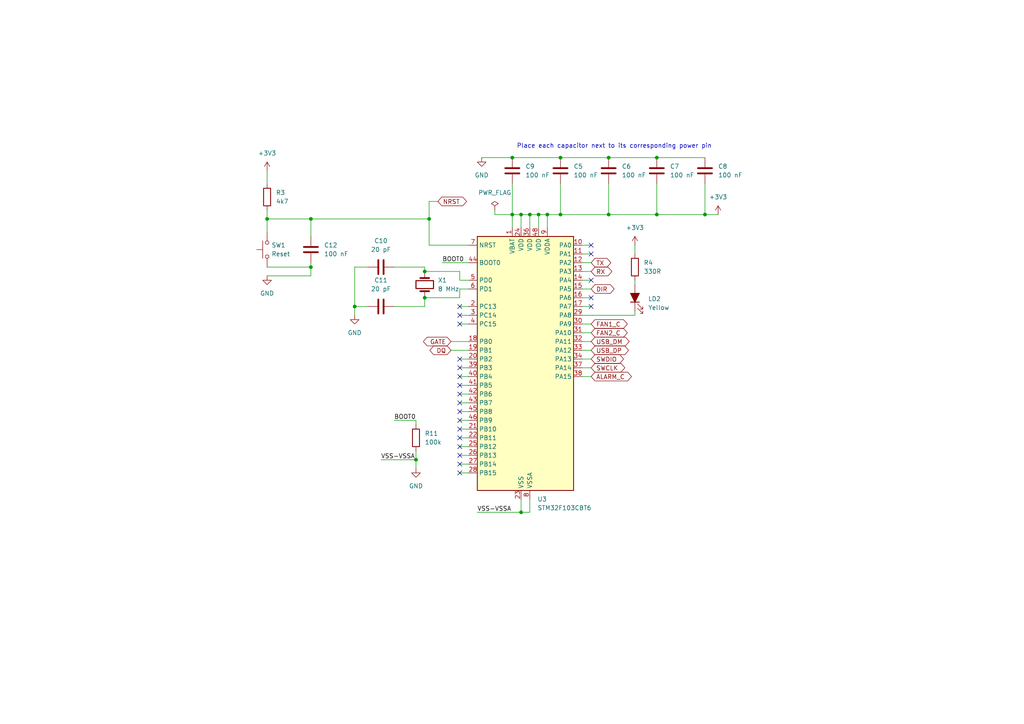
<source format=kicad_sch>
(kicad_sch (version 20230121) (generator eeschema)

  (uuid 38e0a369-226f-4cd3-81a4-cddc1dee0564)

  (paper "A4")

  (lib_symbols
    (symbol "Device:C" (pin_numbers hide) (pin_names (offset 0.254)) (in_bom yes) (on_board yes)
      (property "Reference" "C" (at 0.635 2.54 0)
        (effects (font (size 1.27 1.27)) (justify left))
      )
      (property "Value" "C" (at 0.635 -2.54 0)
        (effects (font (size 1.27 1.27)) (justify left))
      )
      (property "Footprint" "" (at 0.9652 -3.81 0)
        (effects (font (size 1.27 1.27)) hide)
      )
      (property "Datasheet" "~" (at 0 0 0)
        (effects (font (size 1.27 1.27)) hide)
      )
      (property "ki_keywords" "cap capacitor" (at 0 0 0)
        (effects (font (size 1.27 1.27)) hide)
      )
      (property "ki_description" "Unpolarized capacitor" (at 0 0 0)
        (effects (font (size 1.27 1.27)) hide)
      )
      (property "ki_fp_filters" "C_*" (at 0 0 0)
        (effects (font (size 1.27 1.27)) hide)
      )
      (symbol "C_0_1"
        (polyline
          (pts
            (xy -2.032 -0.762)
            (xy 2.032 -0.762)
          )
          (stroke (width 0.508) (type default))
          (fill (type none))
        )
        (polyline
          (pts
            (xy -2.032 0.762)
            (xy 2.032 0.762)
          )
          (stroke (width 0.508) (type default))
          (fill (type none))
        )
      )
      (symbol "C_1_1"
        (pin passive line (at 0 3.81 270) (length 2.794)
          (name "~" (effects (font (size 1.27 1.27))))
          (number "1" (effects (font (size 1.27 1.27))))
        )
        (pin passive line (at 0 -3.81 90) (length 2.794)
          (name "~" (effects (font (size 1.27 1.27))))
          (number "2" (effects (font (size 1.27 1.27))))
        )
      )
    )
    (symbol "Device:Crystal" (pin_numbers hide) (pin_names (offset 1.016) hide) (in_bom yes) (on_board yes)
      (property "Reference" "Y" (at 0 3.81 0)
        (effects (font (size 1.27 1.27)))
      )
      (property "Value" "Crystal" (at 0 -3.81 0)
        (effects (font (size 1.27 1.27)))
      )
      (property "Footprint" "" (at 0 0 0)
        (effects (font (size 1.27 1.27)) hide)
      )
      (property "Datasheet" "~" (at 0 0 0)
        (effects (font (size 1.27 1.27)) hide)
      )
      (property "ki_keywords" "quartz ceramic resonator oscillator" (at 0 0 0)
        (effects (font (size 1.27 1.27)) hide)
      )
      (property "ki_description" "Two pin crystal" (at 0 0 0)
        (effects (font (size 1.27 1.27)) hide)
      )
      (property "ki_fp_filters" "Crystal*" (at 0 0 0)
        (effects (font (size 1.27 1.27)) hide)
      )
      (symbol "Crystal_0_1"
        (rectangle (start -1.143 2.54) (end 1.143 -2.54)
          (stroke (width 0.3048) (type default))
          (fill (type none))
        )
        (polyline
          (pts
            (xy -2.54 0)
            (xy -1.905 0)
          )
          (stroke (width 0) (type default))
          (fill (type none))
        )
        (polyline
          (pts
            (xy -1.905 -1.27)
            (xy -1.905 1.27)
          )
          (stroke (width 0.508) (type default))
          (fill (type none))
        )
        (polyline
          (pts
            (xy 1.905 -1.27)
            (xy 1.905 1.27)
          )
          (stroke (width 0.508) (type default))
          (fill (type none))
        )
        (polyline
          (pts
            (xy 2.54 0)
            (xy 1.905 0)
          )
          (stroke (width 0) (type default))
          (fill (type none))
        )
      )
      (symbol "Crystal_1_1"
        (pin passive line (at -3.81 0 0) (length 1.27)
          (name "1" (effects (font (size 1.27 1.27))))
          (number "1" (effects (font (size 1.27 1.27))))
        )
        (pin passive line (at 3.81 0 180) (length 1.27)
          (name "2" (effects (font (size 1.27 1.27))))
          (number "2" (effects (font (size 1.27 1.27))))
        )
      )
    )
    (symbol "Device:LED_Filled" (pin_numbers hide) (pin_names (offset 1.016) hide) (in_bom yes) (on_board yes)
      (property "Reference" "D" (at 0 2.54 0)
        (effects (font (size 1.27 1.27)))
      )
      (property "Value" "LED_Filled" (at 0 -2.54 0)
        (effects (font (size 1.27 1.27)))
      )
      (property "Footprint" "" (at 0 0 0)
        (effects (font (size 1.27 1.27)) hide)
      )
      (property "Datasheet" "~" (at 0 0 0)
        (effects (font (size 1.27 1.27)) hide)
      )
      (property "ki_keywords" "LED diode" (at 0 0 0)
        (effects (font (size 1.27 1.27)) hide)
      )
      (property "ki_description" "Light emitting diode, filled shape" (at 0 0 0)
        (effects (font (size 1.27 1.27)) hide)
      )
      (property "ki_fp_filters" "LED* LED_SMD:* LED_THT:*" (at 0 0 0)
        (effects (font (size 1.27 1.27)) hide)
      )
      (symbol "LED_Filled_0_1"
        (polyline
          (pts
            (xy -1.27 -1.27)
            (xy -1.27 1.27)
          )
          (stroke (width 0.254) (type default))
          (fill (type none))
        )
        (polyline
          (pts
            (xy -1.27 0)
            (xy 1.27 0)
          )
          (stroke (width 0) (type default))
          (fill (type none))
        )
        (polyline
          (pts
            (xy 1.27 -1.27)
            (xy 1.27 1.27)
            (xy -1.27 0)
            (xy 1.27 -1.27)
          )
          (stroke (width 0.254) (type default))
          (fill (type outline))
        )
        (polyline
          (pts
            (xy -3.048 -0.762)
            (xy -4.572 -2.286)
            (xy -3.81 -2.286)
            (xy -4.572 -2.286)
            (xy -4.572 -1.524)
          )
          (stroke (width 0) (type default))
          (fill (type none))
        )
        (polyline
          (pts
            (xy -1.778 -0.762)
            (xy -3.302 -2.286)
            (xy -2.54 -2.286)
            (xy -3.302 -2.286)
            (xy -3.302 -1.524)
          )
          (stroke (width 0) (type default))
          (fill (type none))
        )
      )
      (symbol "LED_Filled_1_1"
        (pin passive line (at -3.81 0 0) (length 2.54)
          (name "K" (effects (font (size 1.27 1.27))))
          (number "1" (effects (font (size 1.27 1.27))))
        )
        (pin passive line (at 3.81 0 180) (length 2.54)
          (name "A" (effects (font (size 1.27 1.27))))
          (number "2" (effects (font (size 1.27 1.27))))
        )
      )
    )
    (symbol "Device:R" (pin_numbers hide) (pin_names (offset 0)) (in_bom yes) (on_board yes)
      (property "Reference" "R" (at 2.032 0 90)
        (effects (font (size 1.27 1.27)))
      )
      (property "Value" "R" (at 0 0 90)
        (effects (font (size 1.27 1.27)))
      )
      (property "Footprint" "" (at -1.778 0 90)
        (effects (font (size 1.27 1.27)) hide)
      )
      (property "Datasheet" "~" (at 0 0 0)
        (effects (font (size 1.27 1.27)) hide)
      )
      (property "ki_keywords" "R res resistor" (at 0 0 0)
        (effects (font (size 1.27 1.27)) hide)
      )
      (property "ki_description" "Resistor" (at 0 0 0)
        (effects (font (size 1.27 1.27)) hide)
      )
      (property "ki_fp_filters" "R_*" (at 0 0 0)
        (effects (font (size 1.27 1.27)) hide)
      )
      (symbol "R_0_1"
        (rectangle (start -1.016 -2.54) (end 1.016 2.54)
          (stroke (width 0.254) (type default))
          (fill (type none))
        )
      )
      (symbol "R_1_1"
        (pin passive line (at 0 3.81 270) (length 1.27)
          (name "~" (effects (font (size 1.27 1.27))))
          (number "1" (effects (font (size 1.27 1.27))))
        )
        (pin passive line (at 0 -3.81 90) (length 1.27)
          (name "~" (effects (font (size 1.27 1.27))))
          (number "2" (effects (font (size 1.27 1.27))))
        )
      )
    )
    (symbol "MCU_ST_STM32F1:STM32F103CBTx" (in_bom yes) (on_board yes)
      (property "Reference" "U" (at -12.7 39.37 0)
        (effects (font (size 1.27 1.27)) (justify left))
      )
      (property "Value" "STM32F103CBTx" (at 10.16 39.37 0)
        (effects (font (size 1.27 1.27)) (justify left))
      )
      (property "Footprint" "Package_QFP:LQFP-48_7x7mm_P0.5mm" (at -12.7 -35.56 0)
        (effects (font (size 1.27 1.27)) (justify right) hide)
      )
      (property "Datasheet" "https://www.st.com/resource/en/datasheet/stm32f103cb.pdf" (at 0 0 0)
        (effects (font (size 1.27 1.27)) hide)
      )
      (property "ki_locked" "" (at 0 0 0)
        (effects (font (size 1.27 1.27)))
      )
      (property "ki_keywords" "Arm Cortex-M3 STM32F1 STM32F103" (at 0 0 0)
        (effects (font (size 1.27 1.27)) hide)
      )
      (property "ki_description" "STMicroelectronics Arm Cortex-M3 MCU, 128KB flash, 20KB RAM, 72 MHz, 2.0-3.6V, 37 GPIO, LQFP48" (at 0 0 0)
        (effects (font (size 1.27 1.27)) hide)
      )
      (property "ki_fp_filters" "LQFP*7x7mm*P0.5mm*" (at 0 0 0)
        (effects (font (size 1.27 1.27)) hide)
      )
      (symbol "STM32F103CBTx_0_1"
        (rectangle (start -12.7 -35.56) (end 15.24 38.1)
          (stroke (width 0.254) (type default))
          (fill (type background))
        )
      )
      (symbol "STM32F103CBTx_1_1"
        (pin power_in line (at -2.54 40.64 270) (length 2.54)
          (name "VBAT" (effects (font (size 1.27 1.27))))
          (number "1" (effects (font (size 1.27 1.27))))
        )
        (pin bidirectional line (at 17.78 35.56 180) (length 2.54)
          (name "PA0" (effects (font (size 1.27 1.27))))
          (number "10" (effects (font (size 1.27 1.27))))
          (alternate "ADC1_IN0" bidirectional line)
          (alternate "ADC2_IN0" bidirectional line)
          (alternate "SYS_WKUP" bidirectional line)
          (alternate "TIM2_CH1" bidirectional line)
          (alternate "TIM2_ETR" bidirectional line)
          (alternate "USART2_CTS" bidirectional line)
        )
        (pin bidirectional line (at 17.78 33.02 180) (length 2.54)
          (name "PA1" (effects (font (size 1.27 1.27))))
          (number "11" (effects (font (size 1.27 1.27))))
          (alternate "ADC1_IN1" bidirectional line)
          (alternate "ADC2_IN1" bidirectional line)
          (alternate "TIM2_CH2" bidirectional line)
          (alternate "USART2_RTS" bidirectional line)
        )
        (pin bidirectional line (at 17.78 30.48 180) (length 2.54)
          (name "PA2" (effects (font (size 1.27 1.27))))
          (number "12" (effects (font (size 1.27 1.27))))
          (alternate "ADC1_IN2" bidirectional line)
          (alternate "ADC2_IN2" bidirectional line)
          (alternate "TIM2_CH3" bidirectional line)
          (alternate "USART2_TX" bidirectional line)
        )
        (pin bidirectional line (at 17.78 27.94 180) (length 2.54)
          (name "PA3" (effects (font (size 1.27 1.27))))
          (number "13" (effects (font (size 1.27 1.27))))
          (alternate "ADC1_IN3" bidirectional line)
          (alternate "ADC2_IN3" bidirectional line)
          (alternate "TIM2_CH4" bidirectional line)
          (alternate "USART2_RX" bidirectional line)
        )
        (pin bidirectional line (at 17.78 25.4 180) (length 2.54)
          (name "PA4" (effects (font (size 1.27 1.27))))
          (number "14" (effects (font (size 1.27 1.27))))
          (alternate "ADC1_IN4" bidirectional line)
          (alternate "ADC2_IN4" bidirectional line)
          (alternate "SPI1_NSS" bidirectional line)
          (alternate "USART2_CK" bidirectional line)
        )
        (pin bidirectional line (at 17.78 22.86 180) (length 2.54)
          (name "PA5" (effects (font (size 1.27 1.27))))
          (number "15" (effects (font (size 1.27 1.27))))
          (alternate "ADC1_IN5" bidirectional line)
          (alternate "ADC2_IN5" bidirectional line)
          (alternate "SPI1_SCK" bidirectional line)
        )
        (pin bidirectional line (at 17.78 20.32 180) (length 2.54)
          (name "PA6" (effects (font (size 1.27 1.27))))
          (number "16" (effects (font (size 1.27 1.27))))
          (alternate "ADC1_IN6" bidirectional line)
          (alternate "ADC2_IN6" bidirectional line)
          (alternate "SPI1_MISO" bidirectional line)
          (alternate "TIM1_BKIN" bidirectional line)
          (alternate "TIM3_CH1" bidirectional line)
        )
        (pin bidirectional line (at 17.78 17.78 180) (length 2.54)
          (name "PA7" (effects (font (size 1.27 1.27))))
          (number "17" (effects (font (size 1.27 1.27))))
          (alternate "ADC1_IN7" bidirectional line)
          (alternate "ADC2_IN7" bidirectional line)
          (alternate "SPI1_MOSI" bidirectional line)
          (alternate "TIM1_CH1N" bidirectional line)
          (alternate "TIM3_CH2" bidirectional line)
        )
        (pin bidirectional line (at -15.24 7.62 0) (length 2.54)
          (name "PB0" (effects (font (size 1.27 1.27))))
          (number "18" (effects (font (size 1.27 1.27))))
          (alternate "ADC1_IN8" bidirectional line)
          (alternate "ADC2_IN8" bidirectional line)
          (alternate "TIM1_CH2N" bidirectional line)
          (alternate "TIM3_CH3" bidirectional line)
        )
        (pin bidirectional line (at -15.24 5.08 0) (length 2.54)
          (name "PB1" (effects (font (size 1.27 1.27))))
          (number "19" (effects (font (size 1.27 1.27))))
          (alternate "ADC1_IN9" bidirectional line)
          (alternate "ADC2_IN9" bidirectional line)
          (alternate "TIM1_CH3N" bidirectional line)
          (alternate "TIM3_CH4" bidirectional line)
        )
        (pin bidirectional line (at -15.24 17.78 0) (length 2.54)
          (name "PC13" (effects (font (size 1.27 1.27))))
          (number "2" (effects (font (size 1.27 1.27))))
          (alternate "RTC_OUT" bidirectional line)
          (alternate "RTC_TAMPER" bidirectional line)
        )
        (pin bidirectional line (at -15.24 2.54 0) (length 2.54)
          (name "PB2" (effects (font (size 1.27 1.27))))
          (number "20" (effects (font (size 1.27 1.27))))
        )
        (pin bidirectional line (at -15.24 -17.78 0) (length 2.54)
          (name "PB10" (effects (font (size 1.27 1.27))))
          (number "21" (effects (font (size 1.27 1.27))))
          (alternate "I2C2_SCL" bidirectional line)
          (alternate "TIM2_CH3" bidirectional line)
          (alternate "USART3_TX" bidirectional line)
        )
        (pin bidirectional line (at -15.24 -20.32 0) (length 2.54)
          (name "PB11" (effects (font (size 1.27 1.27))))
          (number "22" (effects (font (size 1.27 1.27))))
          (alternate "ADC1_EXTI11" bidirectional line)
          (alternate "ADC2_EXTI11" bidirectional line)
          (alternate "I2C2_SDA" bidirectional line)
          (alternate "TIM2_CH4" bidirectional line)
          (alternate "USART3_RX" bidirectional line)
        )
        (pin power_in line (at 0 -38.1 90) (length 2.54)
          (name "VSS" (effects (font (size 1.27 1.27))))
          (number "23" (effects (font (size 1.27 1.27))))
        )
        (pin power_in line (at 0 40.64 270) (length 2.54)
          (name "VDD" (effects (font (size 1.27 1.27))))
          (number "24" (effects (font (size 1.27 1.27))))
        )
        (pin bidirectional line (at -15.24 -22.86 0) (length 2.54)
          (name "PB12" (effects (font (size 1.27 1.27))))
          (number "25" (effects (font (size 1.27 1.27))))
          (alternate "I2C2_SMBA" bidirectional line)
          (alternate "SPI2_NSS" bidirectional line)
          (alternate "TIM1_BKIN" bidirectional line)
          (alternate "USART3_CK" bidirectional line)
        )
        (pin bidirectional line (at -15.24 -25.4 0) (length 2.54)
          (name "PB13" (effects (font (size 1.27 1.27))))
          (number "26" (effects (font (size 1.27 1.27))))
          (alternate "SPI2_SCK" bidirectional line)
          (alternate "TIM1_CH1N" bidirectional line)
          (alternate "USART3_CTS" bidirectional line)
        )
        (pin bidirectional line (at -15.24 -27.94 0) (length 2.54)
          (name "PB14" (effects (font (size 1.27 1.27))))
          (number "27" (effects (font (size 1.27 1.27))))
          (alternate "SPI2_MISO" bidirectional line)
          (alternate "TIM1_CH2N" bidirectional line)
          (alternate "USART3_RTS" bidirectional line)
        )
        (pin bidirectional line (at -15.24 -30.48 0) (length 2.54)
          (name "PB15" (effects (font (size 1.27 1.27))))
          (number "28" (effects (font (size 1.27 1.27))))
          (alternate "ADC1_EXTI15" bidirectional line)
          (alternate "ADC2_EXTI15" bidirectional line)
          (alternate "SPI2_MOSI" bidirectional line)
          (alternate "TIM1_CH3N" bidirectional line)
        )
        (pin bidirectional line (at 17.78 15.24 180) (length 2.54)
          (name "PA8" (effects (font (size 1.27 1.27))))
          (number "29" (effects (font (size 1.27 1.27))))
          (alternate "RCC_MCO" bidirectional line)
          (alternate "TIM1_CH1" bidirectional line)
          (alternate "USART1_CK" bidirectional line)
        )
        (pin bidirectional line (at -15.24 15.24 0) (length 2.54)
          (name "PC14" (effects (font (size 1.27 1.27))))
          (number "3" (effects (font (size 1.27 1.27))))
          (alternate "RCC_OSC32_IN" bidirectional line)
        )
        (pin bidirectional line (at 17.78 12.7 180) (length 2.54)
          (name "PA9" (effects (font (size 1.27 1.27))))
          (number "30" (effects (font (size 1.27 1.27))))
          (alternate "TIM1_CH2" bidirectional line)
          (alternate "USART1_TX" bidirectional line)
        )
        (pin bidirectional line (at 17.78 10.16 180) (length 2.54)
          (name "PA10" (effects (font (size 1.27 1.27))))
          (number "31" (effects (font (size 1.27 1.27))))
          (alternate "TIM1_CH3" bidirectional line)
          (alternate "USART1_RX" bidirectional line)
        )
        (pin bidirectional line (at 17.78 7.62 180) (length 2.54)
          (name "PA11" (effects (font (size 1.27 1.27))))
          (number "32" (effects (font (size 1.27 1.27))))
          (alternate "ADC1_EXTI11" bidirectional line)
          (alternate "ADC2_EXTI11" bidirectional line)
          (alternate "CAN_RX" bidirectional line)
          (alternate "TIM1_CH4" bidirectional line)
          (alternate "USART1_CTS" bidirectional line)
          (alternate "USB_DM" bidirectional line)
        )
        (pin bidirectional line (at 17.78 5.08 180) (length 2.54)
          (name "PA12" (effects (font (size 1.27 1.27))))
          (number "33" (effects (font (size 1.27 1.27))))
          (alternate "CAN_TX" bidirectional line)
          (alternate "TIM1_ETR" bidirectional line)
          (alternate "USART1_RTS" bidirectional line)
          (alternate "USB_DP" bidirectional line)
        )
        (pin bidirectional line (at 17.78 2.54 180) (length 2.54)
          (name "PA13" (effects (font (size 1.27 1.27))))
          (number "34" (effects (font (size 1.27 1.27))))
          (alternate "SYS_JTMS-SWDIO" bidirectional line)
        )
        (pin passive line (at 0 -38.1 90) (length 2.54) hide
          (name "VSS" (effects (font (size 1.27 1.27))))
          (number "35" (effects (font (size 1.27 1.27))))
        )
        (pin power_in line (at 2.54 40.64 270) (length 2.54)
          (name "VDD" (effects (font (size 1.27 1.27))))
          (number "36" (effects (font (size 1.27 1.27))))
        )
        (pin bidirectional line (at 17.78 0 180) (length 2.54)
          (name "PA14" (effects (font (size 1.27 1.27))))
          (number "37" (effects (font (size 1.27 1.27))))
          (alternate "SYS_JTCK-SWCLK" bidirectional line)
        )
        (pin bidirectional line (at 17.78 -2.54 180) (length 2.54)
          (name "PA15" (effects (font (size 1.27 1.27))))
          (number "38" (effects (font (size 1.27 1.27))))
          (alternate "ADC1_EXTI15" bidirectional line)
          (alternate "ADC2_EXTI15" bidirectional line)
          (alternate "SPI1_NSS" bidirectional line)
          (alternate "SYS_JTDI" bidirectional line)
          (alternate "TIM2_CH1" bidirectional line)
          (alternate "TIM2_ETR" bidirectional line)
        )
        (pin bidirectional line (at -15.24 0 0) (length 2.54)
          (name "PB3" (effects (font (size 1.27 1.27))))
          (number "39" (effects (font (size 1.27 1.27))))
          (alternate "SPI1_SCK" bidirectional line)
          (alternate "SYS_JTDO-TRACESWO" bidirectional line)
          (alternate "TIM2_CH2" bidirectional line)
        )
        (pin bidirectional line (at -15.24 12.7 0) (length 2.54)
          (name "PC15" (effects (font (size 1.27 1.27))))
          (number "4" (effects (font (size 1.27 1.27))))
          (alternate "ADC1_EXTI15" bidirectional line)
          (alternate "ADC2_EXTI15" bidirectional line)
          (alternate "RCC_OSC32_OUT" bidirectional line)
        )
        (pin bidirectional line (at -15.24 -2.54 0) (length 2.54)
          (name "PB4" (effects (font (size 1.27 1.27))))
          (number "40" (effects (font (size 1.27 1.27))))
          (alternate "SPI1_MISO" bidirectional line)
          (alternate "SYS_NJTRST" bidirectional line)
          (alternate "TIM3_CH1" bidirectional line)
        )
        (pin bidirectional line (at -15.24 -5.08 0) (length 2.54)
          (name "PB5" (effects (font (size 1.27 1.27))))
          (number "41" (effects (font (size 1.27 1.27))))
          (alternate "I2C1_SMBA" bidirectional line)
          (alternate "SPI1_MOSI" bidirectional line)
          (alternate "TIM3_CH2" bidirectional line)
        )
        (pin bidirectional line (at -15.24 -7.62 0) (length 2.54)
          (name "PB6" (effects (font (size 1.27 1.27))))
          (number "42" (effects (font (size 1.27 1.27))))
          (alternate "I2C1_SCL" bidirectional line)
          (alternate "TIM4_CH1" bidirectional line)
          (alternate "USART1_TX" bidirectional line)
        )
        (pin bidirectional line (at -15.24 -10.16 0) (length 2.54)
          (name "PB7" (effects (font (size 1.27 1.27))))
          (number "43" (effects (font (size 1.27 1.27))))
          (alternate "I2C1_SDA" bidirectional line)
          (alternate "TIM4_CH2" bidirectional line)
          (alternate "USART1_RX" bidirectional line)
        )
        (pin input line (at -15.24 30.48 0) (length 2.54)
          (name "BOOT0" (effects (font (size 1.27 1.27))))
          (number "44" (effects (font (size 1.27 1.27))))
        )
        (pin bidirectional line (at -15.24 -12.7 0) (length 2.54)
          (name "PB8" (effects (font (size 1.27 1.27))))
          (number "45" (effects (font (size 1.27 1.27))))
          (alternate "CAN_RX" bidirectional line)
          (alternate "I2C1_SCL" bidirectional line)
          (alternate "TIM4_CH3" bidirectional line)
        )
        (pin bidirectional line (at -15.24 -15.24 0) (length 2.54)
          (name "PB9" (effects (font (size 1.27 1.27))))
          (number "46" (effects (font (size 1.27 1.27))))
          (alternate "CAN_TX" bidirectional line)
          (alternate "I2C1_SDA" bidirectional line)
          (alternate "TIM4_CH4" bidirectional line)
        )
        (pin passive line (at 0 -38.1 90) (length 2.54) hide
          (name "VSS" (effects (font (size 1.27 1.27))))
          (number "47" (effects (font (size 1.27 1.27))))
        )
        (pin power_in line (at 5.08 40.64 270) (length 2.54)
          (name "VDD" (effects (font (size 1.27 1.27))))
          (number "48" (effects (font (size 1.27 1.27))))
        )
        (pin bidirectional line (at -15.24 25.4 0) (length 2.54)
          (name "PD0" (effects (font (size 1.27 1.27))))
          (number "5" (effects (font (size 1.27 1.27))))
          (alternate "RCC_OSC_IN" bidirectional line)
        )
        (pin bidirectional line (at -15.24 22.86 0) (length 2.54)
          (name "PD1" (effects (font (size 1.27 1.27))))
          (number "6" (effects (font (size 1.27 1.27))))
          (alternate "RCC_OSC_OUT" bidirectional line)
        )
        (pin input line (at -15.24 35.56 0) (length 2.54)
          (name "NRST" (effects (font (size 1.27 1.27))))
          (number "7" (effects (font (size 1.27 1.27))))
        )
        (pin power_in line (at 2.54 -38.1 90) (length 2.54)
          (name "VSSA" (effects (font (size 1.27 1.27))))
          (number "8" (effects (font (size 1.27 1.27))))
        )
        (pin power_in line (at 7.62 40.64 270) (length 2.54)
          (name "VDDA" (effects (font (size 1.27 1.27))))
          (number "9" (effects (font (size 1.27 1.27))))
        )
      )
    )
    (symbol "Switch:SW_Push" (pin_numbers hide) (pin_names (offset 1.016) hide) (in_bom yes) (on_board yes)
      (property "Reference" "SW" (at 1.27 2.54 0)
        (effects (font (size 1.27 1.27)) (justify left))
      )
      (property "Value" "SW_Push" (at 0 -1.524 0)
        (effects (font (size 1.27 1.27)))
      )
      (property "Footprint" "" (at 0 5.08 0)
        (effects (font (size 1.27 1.27)) hide)
      )
      (property "Datasheet" "~" (at 0 5.08 0)
        (effects (font (size 1.27 1.27)) hide)
      )
      (property "ki_keywords" "switch normally-open pushbutton push-button" (at 0 0 0)
        (effects (font (size 1.27 1.27)) hide)
      )
      (property "ki_description" "Push button switch, generic, two pins" (at 0 0 0)
        (effects (font (size 1.27 1.27)) hide)
      )
      (symbol "SW_Push_0_1"
        (circle (center -2.032 0) (radius 0.508)
          (stroke (width 0) (type default))
          (fill (type none))
        )
        (polyline
          (pts
            (xy 0 1.27)
            (xy 0 3.048)
          )
          (stroke (width 0) (type default))
          (fill (type none))
        )
        (polyline
          (pts
            (xy 2.54 1.27)
            (xy -2.54 1.27)
          )
          (stroke (width 0) (type default))
          (fill (type none))
        )
        (circle (center 2.032 0) (radius 0.508)
          (stroke (width 0) (type default))
          (fill (type none))
        )
        (pin passive line (at -5.08 0 0) (length 2.54)
          (name "1" (effects (font (size 1.27 1.27))))
          (number "1" (effects (font (size 1.27 1.27))))
        )
        (pin passive line (at 5.08 0 180) (length 2.54)
          (name "2" (effects (font (size 1.27 1.27))))
          (number "2" (effects (font (size 1.27 1.27))))
        )
      )
    )
    (symbol "power:+3V3" (power) (pin_names (offset 0)) (in_bom yes) (on_board yes)
      (property "Reference" "#PWR" (at 0 -3.81 0)
        (effects (font (size 1.27 1.27)) hide)
      )
      (property "Value" "+3V3" (at 0 3.556 0)
        (effects (font (size 1.27 1.27)))
      )
      (property "Footprint" "" (at 0 0 0)
        (effects (font (size 1.27 1.27)) hide)
      )
      (property "Datasheet" "" (at 0 0 0)
        (effects (font (size 1.27 1.27)) hide)
      )
      (property "ki_keywords" "global power" (at 0 0 0)
        (effects (font (size 1.27 1.27)) hide)
      )
      (property "ki_description" "Power symbol creates a global label with name \"+3V3\"" (at 0 0 0)
        (effects (font (size 1.27 1.27)) hide)
      )
      (symbol "+3V3_0_1"
        (polyline
          (pts
            (xy -0.762 1.27)
            (xy 0 2.54)
          )
          (stroke (width 0) (type default))
          (fill (type none))
        )
        (polyline
          (pts
            (xy 0 0)
            (xy 0 2.54)
          )
          (stroke (width 0) (type default))
          (fill (type none))
        )
        (polyline
          (pts
            (xy 0 2.54)
            (xy 0.762 1.27)
          )
          (stroke (width 0) (type default))
          (fill (type none))
        )
      )
      (symbol "+3V3_1_1"
        (pin power_in line (at 0 0 90) (length 0) hide
          (name "+3V3" (effects (font (size 1.27 1.27))))
          (number "1" (effects (font (size 1.27 1.27))))
        )
      )
    )
    (symbol "power:GND" (power) (pin_names (offset 0)) (in_bom yes) (on_board yes)
      (property "Reference" "#PWR" (at 0 -6.35 0)
        (effects (font (size 1.27 1.27)) hide)
      )
      (property "Value" "GND" (at 0 -3.81 0)
        (effects (font (size 1.27 1.27)))
      )
      (property "Footprint" "" (at 0 0 0)
        (effects (font (size 1.27 1.27)) hide)
      )
      (property "Datasheet" "" (at 0 0 0)
        (effects (font (size 1.27 1.27)) hide)
      )
      (property "ki_keywords" "global power" (at 0 0 0)
        (effects (font (size 1.27 1.27)) hide)
      )
      (property "ki_description" "Power symbol creates a global label with name \"GND\" , ground" (at 0 0 0)
        (effects (font (size 1.27 1.27)) hide)
      )
      (symbol "GND_0_1"
        (polyline
          (pts
            (xy 0 0)
            (xy 0 -1.27)
            (xy 1.27 -1.27)
            (xy 0 -2.54)
            (xy -1.27 -1.27)
            (xy 0 -1.27)
          )
          (stroke (width 0) (type default))
          (fill (type none))
        )
      )
      (symbol "GND_1_1"
        (pin power_in line (at 0 0 270) (length 0) hide
          (name "GND" (effects (font (size 1.27 1.27))))
          (number "1" (effects (font (size 1.27 1.27))))
        )
      )
    )
    (symbol "power:PWR_FLAG" (power) (pin_numbers hide) (pin_names (offset 0) hide) (in_bom yes) (on_board yes)
      (property "Reference" "#FLG" (at 0 1.905 0)
        (effects (font (size 1.27 1.27)) hide)
      )
      (property "Value" "PWR_FLAG" (at 0 3.81 0)
        (effects (font (size 1.27 1.27)))
      )
      (property "Footprint" "" (at 0 0 0)
        (effects (font (size 1.27 1.27)) hide)
      )
      (property "Datasheet" "~" (at 0 0 0)
        (effects (font (size 1.27 1.27)) hide)
      )
      (property "ki_keywords" "flag power" (at 0 0 0)
        (effects (font (size 1.27 1.27)) hide)
      )
      (property "ki_description" "Special symbol for telling ERC where power comes from" (at 0 0 0)
        (effects (font (size 1.27 1.27)) hide)
      )
      (symbol "PWR_FLAG_0_0"
        (pin power_out line (at 0 0 90) (length 0)
          (name "pwr" (effects (font (size 1.27 1.27))))
          (number "1" (effects (font (size 1.27 1.27))))
        )
      )
      (symbol "PWR_FLAG_0_1"
        (polyline
          (pts
            (xy 0 0)
            (xy 0 1.27)
            (xy -1.016 1.905)
            (xy 0 2.54)
            (xy 1.016 1.905)
            (xy 0 1.27)
          )
          (stroke (width 0) (type default))
          (fill (type none))
        )
      )
    )
  )

  (junction (at 123.19 78.74) (diameter 0) (color 0 0 0 0)
    (uuid 12165ffe-71d4-49f2-9d4d-4024c244f4be)
  )
  (junction (at 151.13 62.23) (diameter 0) (color 0 0 0 0)
    (uuid 17fdbedf-f065-449e-a588-b10589885340)
  )
  (junction (at 148.59 45.72) (diameter 0) (color 0 0 0 0)
    (uuid 1c9a07d6-5ef6-405c-b68c-b3750e56d0ca)
  )
  (junction (at 77.47 63.5) (diameter 0) (color 0 0 0 0)
    (uuid 369abd84-938e-4514-84e9-c9efe4ed2401)
  )
  (junction (at 158.75 62.23) (diameter 0) (color 0 0 0 0)
    (uuid 3d287c37-154f-4b76-8193-ca196e0df8a6)
  )
  (junction (at 204.47 62.23) (diameter 0) (color 0 0 0 0)
    (uuid 4a7c840f-2871-4165-abbe-1fdd99e4eaa0)
  )
  (junction (at 123.19 86.36) (diameter 0) (color 0 0 0 0)
    (uuid 4e44674d-c53a-4e93-bfe7-5aa7250a522c)
  )
  (junction (at 176.53 62.23) (diameter 0) (color 0 0 0 0)
    (uuid 527c6129-c780-422c-9ba6-b3effab5ef05)
  )
  (junction (at 162.56 62.23) (diameter 0) (color 0 0 0 0)
    (uuid 5373ea10-6e4a-4a11-8c81-0cb5ded9935e)
  )
  (junction (at 124.46 63.5) (diameter 0) (color 0 0 0 0)
    (uuid 5791c81c-19d4-44f8-bdc9-f99273d9199a)
  )
  (junction (at 190.5 45.72) (diameter 0) (color 0 0 0 0)
    (uuid 73d54e5a-d921-44b0-b6d7-f81ca333e56f)
  )
  (junction (at 176.53 45.72) (diameter 0) (color 0 0 0 0)
    (uuid 7ea18e7f-6e45-4c98-9469-7722923369a9)
  )
  (junction (at 190.5 62.23) (diameter 0) (color 0 0 0 0)
    (uuid 88020e8d-d453-4b46-9292-e6677e6050de)
  )
  (junction (at 151.13 148.59) (diameter 0) (color 0 0 0 0)
    (uuid 8fd41485-dab2-4a5e-b195-686f0c697f0c)
  )
  (junction (at 153.67 62.23) (diameter 0) (color 0 0 0 0)
    (uuid 910fe9d9-15d2-4483-9092-05febf62e41a)
  )
  (junction (at 120.65 133.35) (diameter 0) (color 0 0 0 0)
    (uuid 93deccf6-a904-4dec-ba11-4984bbfc68f4)
  )
  (junction (at 90.17 77.47) (diameter 0) (color 0 0 0 0)
    (uuid 9957aba8-0e44-4686-9a81-9b5fe58f3208)
  )
  (junction (at 90.17 63.5) (diameter 0) (color 0 0 0 0)
    (uuid af8321fc-7d89-48ad-8e98-c1f925a756ed)
  )
  (junction (at 102.87 88.9) (diameter 0) (color 0 0 0 0)
    (uuid be11aaa8-55b9-4aa1-a7e6-2ff865c6e353)
  )
  (junction (at 148.59 62.23) (diameter 0) (color 0 0 0 0)
    (uuid e2d1192a-bf0e-45d1-a7ed-be48d3947fba)
  )
  (junction (at 162.56 45.72) (diameter 0) (color 0 0 0 0)
    (uuid e919cb3c-4b96-4bf5-ad51-4201c6e15e72)
  )
  (junction (at 156.21 62.23) (diameter 0) (color 0 0 0 0)
    (uuid f5c7d52b-ef72-4b9b-a5a3-9e02c69effde)
  )

  (no_connect (at 133.35 116.84) (uuid 16dc30c0-d90f-477d-8518-b034c322a988))
  (no_connect (at 133.35 134.62) (uuid 1dd3d035-a5f4-407b-bb2c-8234d234c713))
  (no_connect (at 171.45 88.9) (uuid 28e0429c-3533-452d-a793-86e7325d195a))
  (no_connect (at 133.35 104.14) (uuid 304946fe-2e04-4536-8eae-bf4ed2c46829))
  (no_connect (at 133.35 129.54) (uuid 305e7256-4a51-48d4-ac1d-0e250db5fb42))
  (no_connect (at 133.35 93.98) (uuid 37ea98fa-dedc-45e3-bd98-35aa579f3a9a))
  (no_connect (at 133.35 137.16) (uuid 399a7924-425e-4c2b-8199-fb736649557b))
  (no_connect (at 171.45 73.66) (uuid 572ac441-48a1-42f0-a6b5-bc461e7ea655))
  (no_connect (at 133.35 111.76) (uuid 72dde575-cb36-4a71-a3aa-1e4b843d5b15))
  (no_connect (at 133.35 106.68) (uuid 8a3c62b0-1857-40ed-bc08-960be164616d))
  (no_connect (at 171.45 71.12) (uuid 8c747b8f-2e69-4258-b2f0-79af21605d59))
  (no_connect (at 133.35 124.46) (uuid 950d3ca9-fdcf-4cb6-beaf-7c980cfdf044))
  (no_connect (at 133.35 127) (uuid 962de04c-2fdf-4fb9-a662-b6cca3565973))
  (no_connect (at 133.35 88.9) (uuid a4ab4438-825d-472d-9acb-5e609160be4f))
  (no_connect (at 133.35 119.38) (uuid b4f8cedc-7d0c-472f-b6ff-186a2b1585e1))
  (no_connect (at 133.35 91.44) (uuid b67874ce-5aa1-420b-906b-372c26aa1d8e))
  (no_connect (at 133.35 121.92) (uuid c087a133-c2cd-40ff-aef3-e1162b8412d2))
  (no_connect (at 133.35 132.08) (uuid da825462-9e85-4299-ae93-6b7c92cc3492))
  (no_connect (at 133.35 114.3) (uuid eca60ba3-e37f-472b-a274-2c8e81080ed1))
  (no_connect (at 171.45 86.36) (uuid f29634d9-e2ce-4848-b426-048d4ad5a6e0))
  (no_connect (at 171.45 81.28) (uuid f538d0d1-a09c-4cdf-a1af-496c1fc5cef5))
  (no_connect (at 133.35 109.22) (uuid ffc2701b-476c-405f-9896-55ee06b6fd02))

  (wire (pts (xy 176.53 62.23) (xy 190.5 62.23))
    (stroke (width 0) (type default))
    (uuid 01afa913-ec71-4bb1-972a-75e640b2fa1a)
  )
  (wire (pts (xy 102.87 77.47) (xy 106.68 77.47))
    (stroke (width 0) (type default))
    (uuid 01d50da5-e63c-4411-8dc4-40d02fef1644)
  )
  (wire (pts (xy 162.56 45.72) (xy 176.53 45.72))
    (stroke (width 0) (type default))
    (uuid 0557161b-8640-485b-bf37-92fb47d589a2)
  )
  (wire (pts (xy 204.47 53.34) (xy 204.47 62.23))
    (stroke (width 0) (type default))
    (uuid 06783b79-cacc-4067-be1f-50f273ab0d09)
  )
  (wire (pts (xy 133.35 114.3) (xy 135.89 114.3))
    (stroke (width 0) (type default))
    (uuid 081b6da9-50ae-428f-93da-e30d6d552890)
  )
  (wire (pts (xy 123.19 77.47) (xy 123.19 78.74))
    (stroke (width 0) (type default))
    (uuid 0c8bfd00-4f26-4614-b7e1-8b1b55a7d20e)
  )
  (wire (pts (xy 133.35 81.28) (xy 135.89 81.28))
    (stroke (width 0) (type default))
    (uuid 0e2a9d70-f386-4835-b96d-a2ae3137e0ad)
  )
  (wire (pts (xy 77.47 49.53) (xy 77.47 53.34))
    (stroke (width 0) (type default))
    (uuid 0fe8826d-74ea-4fd3-bc69-b927c98cc19d)
  )
  (wire (pts (xy 123.19 88.9) (xy 123.19 86.36))
    (stroke (width 0) (type default))
    (uuid 1160727d-2b43-472d-aa8d-e0b718b81c11)
  )
  (wire (pts (xy 168.91 99.06) (xy 171.45 99.06))
    (stroke (width 0) (type default))
    (uuid 17c8cc45-31f2-4021-9edc-92201fe12405)
  )
  (wire (pts (xy 168.91 109.22) (xy 171.45 109.22))
    (stroke (width 0) (type default))
    (uuid 21422b66-506b-42b1-a859-ee78328ccc23)
  )
  (wire (pts (xy 114.3 77.47) (xy 123.19 77.47))
    (stroke (width 0) (type default))
    (uuid 21a39865-3cbd-40a5-9fb1-9c698bb238ac)
  )
  (wire (pts (xy 90.17 80.01) (xy 90.17 77.47))
    (stroke (width 0) (type default))
    (uuid 24908d54-07ab-4594-b4bb-3e35064decc7)
  )
  (wire (pts (xy 124.46 63.5) (xy 124.46 71.12))
    (stroke (width 0) (type default))
    (uuid 2e966338-f777-45b3-bbb3-c56a8b089430)
  )
  (wire (pts (xy 133.35 91.44) (xy 135.89 91.44))
    (stroke (width 0) (type default))
    (uuid 2fa500c3-8069-4f54-a3c7-a2e94ea37926)
  )
  (wire (pts (xy 120.65 133.35) (xy 120.65 130.81))
    (stroke (width 0) (type default))
    (uuid 30f3e2bf-f6bb-4a62-8109-dbea94adaefa)
  )
  (wire (pts (xy 90.17 63.5) (xy 124.46 63.5))
    (stroke (width 0) (type default))
    (uuid 31c737bd-70ec-4abe-98bb-30e741283c16)
  )
  (wire (pts (xy 77.47 63.5) (xy 77.47 67.31))
    (stroke (width 0) (type default))
    (uuid 3426dc88-24ab-4480-95d8-076c76992b0a)
  )
  (wire (pts (xy 135.89 83.82) (xy 133.35 83.82))
    (stroke (width 0) (type default))
    (uuid 353e3dbe-b719-4f8f-8c35-f280a2e82b86)
  )
  (wire (pts (xy 77.47 63.5) (xy 90.17 63.5))
    (stroke (width 0) (type default))
    (uuid 38022dac-7b94-48f2-915c-303801e62dc4)
  )
  (wire (pts (xy 133.35 86.36) (xy 123.19 86.36))
    (stroke (width 0) (type default))
    (uuid 38f67a63-0fc5-4057-91b1-8f0c583832dd)
  )
  (wire (pts (xy 153.67 62.23) (xy 156.21 62.23))
    (stroke (width 0) (type default))
    (uuid 3e4ad7a6-46ca-43fc-b8c6-e0197163a784)
  )
  (wire (pts (xy 151.13 144.78) (xy 151.13 148.59))
    (stroke (width 0) (type default))
    (uuid 42bc3c1c-3f6d-4aa2-8603-775dcd3f1b25)
  )
  (wire (pts (xy 143.51 60.96) (xy 143.51 62.23))
    (stroke (width 0) (type default))
    (uuid 45fc2c99-f1bb-4227-b5d1-801bb153dee1)
  )
  (wire (pts (xy 204.47 62.23) (xy 208.28 62.23))
    (stroke (width 0) (type default))
    (uuid 47a411a9-e808-4076-abca-34d7340f4127)
  )
  (wire (pts (xy 168.91 101.6) (xy 171.45 101.6))
    (stroke (width 0) (type default))
    (uuid 4dae34ba-cdb3-485d-8f57-e2fac0f5cfea)
  )
  (wire (pts (xy 77.47 60.96) (xy 77.47 63.5))
    (stroke (width 0) (type default))
    (uuid 5215fbc5-149f-479c-9bef-70f5e3524270)
  )
  (wire (pts (xy 168.91 88.9) (xy 171.45 88.9))
    (stroke (width 0) (type default))
    (uuid 528d78ea-ff67-4552-8b71-85ae45664009)
  )
  (wire (pts (xy 168.91 71.12) (xy 171.45 71.12))
    (stroke (width 0) (type default))
    (uuid 534738c4-3e22-474f-98ee-4c3530e4648b)
  )
  (wire (pts (xy 123.19 78.74) (xy 133.35 78.74))
    (stroke (width 0) (type default))
    (uuid 550cb4fb-533c-4a1b-8bc4-d28fb9ffcc41)
  )
  (wire (pts (xy 114.3 121.92) (xy 120.65 121.92))
    (stroke (width 0) (type default))
    (uuid 55dde6ac-dca1-41cc-8531-3d70003bb685)
  )
  (wire (pts (xy 133.35 132.08) (xy 135.89 132.08))
    (stroke (width 0) (type default))
    (uuid 586b4c9c-6d83-4f09-9e6d-550d21168cb0)
  )
  (wire (pts (xy 153.67 62.23) (xy 151.13 62.23))
    (stroke (width 0) (type default))
    (uuid 588ba944-d510-457a-83a5-5acdfd14f07a)
  )
  (wire (pts (xy 190.5 45.72) (xy 204.47 45.72))
    (stroke (width 0) (type default))
    (uuid 59204b65-2db5-484e-8c37-3b0d8bbc321e)
  )
  (wire (pts (xy 133.35 93.98) (xy 135.89 93.98))
    (stroke (width 0) (type default))
    (uuid 5c07f043-d89c-4b1c-81b9-690c5b0957cc)
  )
  (wire (pts (xy 133.35 88.9) (xy 135.89 88.9))
    (stroke (width 0) (type default))
    (uuid 5dbfed97-7e7e-476a-beeb-c1a0678529a0)
  )
  (wire (pts (xy 133.35 124.46) (xy 135.89 124.46))
    (stroke (width 0) (type default))
    (uuid 5dc4f52b-0c85-4a3a-923a-6f4a0da30129)
  )
  (wire (pts (xy 168.91 86.36) (xy 171.45 86.36))
    (stroke (width 0) (type default))
    (uuid 60fa599b-6a21-4f49-88e3-e4350d8090af)
  )
  (wire (pts (xy 133.35 104.14) (xy 135.89 104.14))
    (stroke (width 0) (type default))
    (uuid 6562ea90-9861-43d4-9a34-4146fc6d091c)
  )
  (wire (pts (xy 133.35 116.84) (xy 135.89 116.84))
    (stroke (width 0) (type default))
    (uuid 660bf157-ff54-4403-9cf1-1dd5ee90c011)
  )
  (wire (pts (xy 176.53 53.34) (xy 176.53 62.23))
    (stroke (width 0) (type default))
    (uuid 6e580cbc-1073-45b4-8dba-3da7357458ad)
  )
  (wire (pts (xy 168.91 78.74) (xy 171.45 78.74))
    (stroke (width 0) (type default))
    (uuid 6ec69bd2-4431-48be-a34a-3b73df211ffd)
  )
  (wire (pts (xy 168.91 104.14) (xy 171.45 104.14))
    (stroke (width 0) (type default))
    (uuid 735c039d-354f-4b52-9440-67049289f977)
  )
  (wire (pts (xy 162.56 62.23) (xy 158.75 62.23))
    (stroke (width 0) (type default))
    (uuid 778eae2e-81f9-4efc-a6b9-6987faa49902)
  )
  (wire (pts (xy 128.27 76.2) (xy 135.89 76.2))
    (stroke (width 0) (type default))
    (uuid 77e3f0da-525c-46e8-9ead-cacbea2c4b37)
  )
  (wire (pts (xy 153.67 62.23) (xy 153.67 66.04))
    (stroke (width 0) (type default))
    (uuid 78391bc0-f52b-450f-8abf-013446034548)
  )
  (wire (pts (xy 124.46 71.12) (xy 135.89 71.12))
    (stroke (width 0) (type default))
    (uuid 796c3da5-65e6-4fb6-b5d4-b4eaeb15fbfb)
  )
  (wire (pts (xy 110.49 133.35) (xy 120.65 133.35))
    (stroke (width 0) (type default))
    (uuid 7b17ac62-511e-440f-9152-349f7a21c7a3)
  )
  (wire (pts (xy 162.56 53.34) (xy 162.56 62.23))
    (stroke (width 0) (type default))
    (uuid 7f14de3f-739f-4474-a9a9-e51ee6dc4865)
  )
  (wire (pts (xy 139.7 45.72) (xy 148.59 45.72))
    (stroke (width 0) (type default))
    (uuid 84e59a63-84ef-4993-a4ea-dee723eb62d0)
  )
  (wire (pts (xy 148.59 53.34) (xy 148.59 62.23))
    (stroke (width 0) (type default))
    (uuid 8b07b44e-c5dd-430c-b573-2918760e0c3f)
  )
  (wire (pts (xy 168.91 83.82) (xy 171.45 83.82))
    (stroke (width 0) (type default))
    (uuid 8c335702-4777-45dd-a73a-9186cfa1b74f)
  )
  (wire (pts (xy 151.13 62.23) (xy 148.59 62.23))
    (stroke (width 0) (type default))
    (uuid 8e509b57-d006-4617-876b-d8b241be9488)
  )
  (wire (pts (xy 102.87 88.9) (xy 102.87 77.47))
    (stroke (width 0) (type default))
    (uuid 8ed9a546-14cd-49be-bb1e-cbbe4c8df1b1)
  )
  (wire (pts (xy 153.67 148.59) (xy 153.67 144.78))
    (stroke (width 0) (type default))
    (uuid 98532541-1eee-42c9-adba-86d12f3482fb)
  )
  (wire (pts (xy 184.15 90.17) (xy 184.15 91.44))
    (stroke (width 0) (type default))
    (uuid 98688bc2-11b0-4a01-9eb4-d3da99c1c900)
  )
  (wire (pts (xy 168.91 81.28) (xy 171.45 81.28))
    (stroke (width 0) (type default))
    (uuid 98c5eb77-8406-4dd2-8d95-4cc983123d80)
  )
  (wire (pts (xy 184.15 71.12) (xy 184.15 73.66))
    (stroke (width 0) (type default))
    (uuid 9a6cc420-d6fa-4320-912e-acefc3ab2780)
  )
  (wire (pts (xy 133.35 83.82) (xy 133.35 86.36))
    (stroke (width 0) (type default))
    (uuid 9a7ec832-41d8-4b90-9ec6-3d763fe52de2)
  )
  (wire (pts (xy 120.65 121.92) (xy 120.65 123.19))
    (stroke (width 0) (type default))
    (uuid a078de60-730c-4581-9ff2-0da9e7130ed2)
  )
  (wire (pts (xy 133.35 106.68) (xy 135.89 106.68))
    (stroke (width 0) (type default))
    (uuid a4af649c-7bc2-4414-b338-b9583d6ef363)
  )
  (wire (pts (xy 151.13 62.23) (xy 151.13 66.04))
    (stroke (width 0) (type default))
    (uuid a95ca4fb-f26b-4a16-8004-f31eceacd6d8)
  )
  (wire (pts (xy 90.17 63.5) (xy 90.17 68.58))
    (stroke (width 0) (type default))
    (uuid aa00ac2d-73db-42ef-8910-1f000da32e6c)
  )
  (wire (pts (xy 148.59 62.23) (xy 148.59 66.04))
    (stroke (width 0) (type default))
    (uuid aceb990b-6983-4f14-84c0-537c074df243)
  )
  (wire (pts (xy 168.91 96.52) (xy 171.45 96.52))
    (stroke (width 0) (type default))
    (uuid acf7389c-15fc-4bd5-9b0c-5c6b8c655568)
  )
  (wire (pts (xy 190.5 53.34) (xy 190.5 62.23))
    (stroke (width 0) (type default))
    (uuid b6235dd4-3899-48c6-837f-b8ddb2ccd26d)
  )
  (wire (pts (xy 133.35 129.54) (xy 135.89 129.54))
    (stroke (width 0) (type default))
    (uuid b6ccd4b3-9733-4d87-95ae-eb660fd103d0)
  )
  (wire (pts (xy 133.35 119.38) (xy 135.89 119.38))
    (stroke (width 0) (type default))
    (uuid be2d1951-7c30-4978-a988-e5dc5467cd25)
  )
  (wire (pts (xy 184.15 81.28) (xy 184.15 82.55))
    (stroke (width 0) (type default))
    (uuid bf5fb39c-1255-4fb6-a4e8-06f820b8421e)
  )
  (wire (pts (xy 77.47 77.47) (xy 90.17 77.47))
    (stroke (width 0) (type default))
    (uuid c22c1c78-aaec-4eda-a7b2-6312d7593135)
  )
  (wire (pts (xy 77.47 80.01) (xy 90.17 80.01))
    (stroke (width 0) (type default))
    (uuid c5d6fa87-8bc9-4451-8fe7-ad3bf45d37c3)
  )
  (wire (pts (xy 151.13 148.59) (xy 153.67 148.59))
    (stroke (width 0) (type default))
    (uuid c5e1b952-817e-4e55-b1cb-b9be08787a53)
  )
  (wire (pts (xy 130.81 99.06) (xy 135.89 99.06))
    (stroke (width 0) (type default))
    (uuid c784728e-144d-40a8-aabb-19ead6cb915e)
  )
  (wire (pts (xy 143.51 62.23) (xy 148.59 62.23))
    (stroke (width 0) (type default))
    (uuid c9e15329-a559-4d17-97ac-60d5dfa93916)
  )
  (wire (pts (xy 90.17 77.47) (xy 90.17 76.2))
    (stroke (width 0) (type default))
    (uuid cb4e5406-d6a5-419f-817b-a3cede266ef4)
  )
  (wire (pts (xy 168.91 73.66) (xy 171.45 73.66))
    (stroke (width 0) (type default))
    (uuid cc8be288-d452-49b1-9c47-d755813d1d73)
  )
  (wire (pts (xy 102.87 88.9) (xy 106.68 88.9))
    (stroke (width 0) (type default))
    (uuid cd0ae76a-a406-4b7d-a725-44a3669694f4)
  )
  (wire (pts (xy 127 58.42) (xy 124.46 58.42))
    (stroke (width 0) (type default))
    (uuid cd609f35-151a-4a05-a450-c29933bc21bc)
  )
  (wire (pts (xy 148.59 45.72) (xy 162.56 45.72))
    (stroke (width 0) (type default))
    (uuid d004f75e-1dd8-4f21-be58-5fdc3bbe41db)
  )
  (wire (pts (xy 124.46 58.42) (xy 124.46 63.5))
    (stroke (width 0) (type default))
    (uuid d25bb901-9dfa-45cc-8dec-ab7ff4c90103)
  )
  (wire (pts (xy 151.13 148.59) (xy 138.43 148.59))
    (stroke (width 0) (type default))
    (uuid d4bfd89c-6afb-4c0f-b2ef-6f8d19d71b5a)
  )
  (wire (pts (xy 120.65 133.35) (xy 120.65 135.89))
    (stroke (width 0) (type default))
    (uuid d93b54cb-9ba2-4b74-a523-3b36c0f869fe)
  )
  (wire (pts (xy 176.53 45.72) (xy 190.5 45.72))
    (stroke (width 0) (type default))
    (uuid d958b694-5d26-4e24-afbd-008d9777bc12)
  )
  (wire (pts (xy 156.21 62.23) (xy 156.21 66.04))
    (stroke (width 0) (type default))
    (uuid da747532-cd21-4610-92d7-c70d47dee0bc)
  )
  (wire (pts (xy 133.35 127) (xy 135.89 127))
    (stroke (width 0) (type default))
    (uuid dcd40945-bad6-420b-97f0-615909ffc548)
  )
  (wire (pts (xy 156.21 62.23) (xy 158.75 62.23))
    (stroke (width 0) (type default))
    (uuid dfa5cf67-74f1-4414-8a76-05be592e08b2)
  )
  (wire (pts (xy 133.35 111.76) (xy 135.89 111.76))
    (stroke (width 0) (type default))
    (uuid dfe562f6-b288-4d48-afdb-faf00a5c8d56)
  )
  (wire (pts (xy 162.56 62.23) (xy 176.53 62.23))
    (stroke (width 0) (type default))
    (uuid e39d8e5c-f6ba-4c1c-be84-12a2d9643479)
  )
  (wire (pts (xy 190.5 62.23) (xy 204.47 62.23))
    (stroke (width 0) (type default))
    (uuid e3ab2b32-49a2-4081-a850-ef0c917f6980)
  )
  (wire (pts (xy 133.35 134.62) (xy 135.89 134.62))
    (stroke (width 0) (type default))
    (uuid e7c6af5f-204b-4eab-8c30-f843c654b4b9)
  )
  (wire (pts (xy 133.35 109.22) (xy 135.89 109.22))
    (stroke (width 0) (type default))
    (uuid e868fa6e-0424-499c-a21d-4392a8c7fe73)
  )
  (wire (pts (xy 133.35 137.16) (xy 135.89 137.16))
    (stroke (width 0) (type default))
    (uuid eba95af6-8a62-4379-b9b6-7a23b0e1b5e8)
  )
  (wire (pts (xy 133.35 78.74) (xy 133.35 81.28))
    (stroke (width 0) (type default))
    (uuid ed8574f0-8151-4bb6-a119-2658919fb137)
  )
  (wire (pts (xy 168.91 106.68) (xy 171.45 106.68))
    (stroke (width 0) (type default))
    (uuid edc0428a-b6d8-4216-a852-c0e65c4d53b0)
  )
  (wire (pts (xy 114.3 88.9) (xy 123.19 88.9))
    (stroke (width 0) (type default))
    (uuid f21aab63-efe7-46bf-808b-b11f489e3a2a)
  )
  (wire (pts (xy 133.35 121.92) (xy 135.89 121.92))
    (stroke (width 0) (type default))
    (uuid f23fd925-184f-4ead-804c-2f26ebf85c74)
  )
  (wire (pts (xy 168.91 93.98) (xy 171.45 93.98))
    (stroke (width 0) (type default))
    (uuid f2cb4e4a-202f-4b01-a76a-e9854a1260b9)
  )
  (wire (pts (xy 102.87 91.44) (xy 102.87 88.9))
    (stroke (width 0) (type default))
    (uuid f4337cae-e896-4378-9566-195d066411fa)
  )
  (wire (pts (xy 130.81 101.6) (xy 135.89 101.6))
    (stroke (width 0) (type default))
    (uuid f5ed3a1b-158c-4a59-b347-892c205d95dd)
  )
  (wire (pts (xy 168.91 91.44) (xy 184.15 91.44))
    (stroke (width 0) (type default))
    (uuid f926d88f-add3-430a-9063-4ed47c99f0b6)
  )
  (wire (pts (xy 158.75 62.23) (xy 158.75 66.04))
    (stroke (width 0) (type default))
    (uuid fe5e8863-8777-440c-bb2b-cc3df545abcb)
  )
  (wire (pts (xy 168.91 76.2) (xy 171.45 76.2))
    (stroke (width 0) (type default))
    (uuid fe96a393-44bd-4e92-86c8-9d609920db1d)
  )

  (text "Place each capacitor next to its corresponding power pin\n"
    (at 149.86 43.18 0)
    (effects (font (size 1.27 1.27)) (justify left bottom))
    (uuid 727e0de2-52e8-4c9a-a2a3-6517aa23d111)
  )

  (label "VSS-VSSA" (at 110.49 133.35 0) (fields_autoplaced)
    (effects (font (size 1.27 1.27)) (justify left bottom))
    (uuid 66849975-bb9e-417a-adf0-202e3c20ea01)
  )
  (label "BOOT0" (at 114.3 121.92 0) (fields_autoplaced)
    (effects (font (size 1.27 1.27)) (justify left bottom))
    (uuid 77d0d996-b80f-4005-a9b3-000989fbb41a)
  )
  (label "VSS-VSSA" (at 138.43 148.59 0) (fields_autoplaced)
    (effects (font (size 1.27 1.27)) (justify left bottom))
    (uuid 82fb300a-d995-44b1-b557-e3c9b99369cb)
  )
  (label "BOOT0" (at 128.27 76.2 0) (fields_autoplaced)
    (effects (font (size 1.27 1.27)) (justify left bottom))
    (uuid a6ef3eb2-7146-48ba-84d5-53347002b0e2)
  )

  (global_label "USB_DP" (shape bidirectional) (at 171.45 101.6 0) (fields_autoplaced)
    (effects (font (size 1.27 1.27)) (justify left))
    (uuid 054e513d-ac67-4784-aaab-3f2c7a9b7a99)
    (property "Intersheetrefs" "${INTERSHEET_REFS}" (at 182.8641 101.6 0)
      (effects (font (size 1.27 1.27)) (justify left) hide)
    )
  )
  (global_label "FAN1_C" (shape bidirectional) (at 171.45 93.98 0) (fields_autoplaced)
    (effects (font (size 1.27 1.27)) (justify left))
    (uuid 1a6ac155-0e45-4b64-bc36-8be8b22ddea4)
    (property "Intersheetrefs" "${INTERSHEET_REFS}" (at 182.5013 93.98 0)
      (effects (font (size 1.27 1.27)) (justify left) hide)
    )
  )
  (global_label "TX" (shape bidirectional) (at 171.45 76.2 0) (fields_autoplaced)
    (effects (font (size 1.27 1.27)) (justify left))
    (uuid 29fedd58-ff10-41ec-a872-1da94efda192)
    (property "Intersheetrefs" "${INTERSHEET_REFS}" (at 177.7236 76.2 0)
      (effects (font (size 1.27 1.27)) (justify left) hide)
    )
  )
  (global_label "GATE" (shape bidirectional) (at 130.81 99.06 180) (fields_autoplaced)
    (effects (font (size 1.27 1.27)) (justify right))
    (uuid 2f89b332-3ce9-4ba0-9aa2-496cf5f9366d)
    (property "Intersheetrefs" "${INTERSHEET_REFS}" (at 122.2383 99.06 0)
      (effects (font (size 1.27 1.27)) (justify right) hide)
    )
  )
  (global_label "NRST" (shape bidirectional) (at 127 58.42 0) (fields_autoplaced)
    (effects (font (size 1.27 1.27)) (justify left))
    (uuid 34d896f5-0c37-420b-85c2-27da9c18435f)
    (property "Intersheetrefs" "${INTERSHEET_REFS}" (at 135.8741 58.42 0)
      (effects (font (size 1.27 1.27)) (justify left) hide)
    )
  )
  (global_label "SWDIO" (shape bidirectional) (at 171.45 104.14 0) (fields_autoplaced)
    (effects (font (size 1.27 1.27)) (justify left))
    (uuid 3594f6d2-51b1-4768-834a-23e9c5831fe8)
    (property "Intersheetrefs" "${INTERSHEET_REFS}" (at 181.4127 104.14 0)
      (effects (font (size 1.27 1.27)) (justify left) hide)
    )
  )
  (global_label "RX" (shape bidirectional) (at 171.45 78.74 0) (fields_autoplaced)
    (effects (font (size 1.27 1.27)) (justify left))
    (uuid 45e96322-fef5-4493-a933-c782cc8c8ef9)
    (property "Intersheetrefs" "${INTERSHEET_REFS}" (at 178.026 78.74 0)
      (effects (font (size 1.27 1.27)) (justify left) hide)
    )
  )
  (global_label "SWCLK" (shape bidirectional) (at 171.45 106.68 0) (fields_autoplaced)
    (effects (font (size 1.27 1.27)) (justify left))
    (uuid 46858729-7d28-44e9-97e2-25a8ee380b7d)
    (property "Intersheetrefs" "${INTERSHEET_REFS}" (at 181.7755 106.68 0)
      (effects (font (size 1.27 1.27)) (justify left) hide)
    )
  )
  (global_label "USB_DM" (shape bidirectional) (at 171.45 99.06 0) (fields_autoplaced)
    (effects (font (size 1.27 1.27)) (justify left))
    (uuid 8e146df2-7186-40e7-8abe-e0d7e5097364)
    (property "Intersheetrefs" "${INTERSHEET_REFS}" (at 183.0455 99.06 0)
      (effects (font (size 1.27 1.27)) (justify left) hide)
    )
  )
  (global_label "DQ" (shape bidirectional) (at 130.81 101.6 180) (fields_autoplaced)
    (effects (font (size 1.27 1.27)) (justify right))
    (uuid babf9bf9-0d2f-4e7f-a71c-13a57a9061df)
    (property "Intersheetrefs" "${INTERSHEET_REFS}" (at 124.113 101.6 0)
      (effects (font (size 1.27 1.27)) (justify right) hide)
    )
  )
  (global_label "DIR" (shape bidirectional) (at 171.45 83.82 0) (fields_autoplaced)
    (effects (font (size 1.27 1.27)) (justify left))
    (uuid bca5c3ff-6312-412e-a348-e6e2aa44d763)
    (property "Intersheetrefs" "${INTERSHEET_REFS}" (at 178.6913 83.82 0)
      (effects (font (size 1.27 1.27)) (justify left) hide)
    )
  )
  (global_label "FAN2_C" (shape bidirectional) (at 171.45 96.52 0) (fields_autoplaced)
    (effects (font (size 1.27 1.27)) (justify left))
    (uuid e9a367c3-cd7f-4798-812c-c386ed582002)
    (property "Intersheetrefs" "${INTERSHEET_REFS}" (at 182.5013 96.52 0)
      (effects (font (size 1.27 1.27)) (justify left) hide)
    )
  )
  (global_label "ALARM_C" (shape bidirectional) (at 171.45 109.22 0) (fields_autoplaced)
    (effects (font (size 1.27 1.27)) (justify left))
    (uuid f4519d83-8179-4cd9-9065-7f41754d8612)
    (property "Intersheetrefs" "${INTERSHEET_REFS}" (at 183.7108 109.22 0)
      (effects (font (size 1.27 1.27)) (justify left) hide)
    )
  )

  (symbol (lib_id "Device:Crystal") (at 123.19 82.55 90) (unit 1)
    (in_bom yes) (on_board yes) (dnp no) (fields_autoplaced)
    (uuid 153f8082-96f9-434f-84b2-794d5025a7dd)
    (property "Reference" "X1" (at 127 81.28 90)
      (effects (font (size 1.27 1.27)) (justify right))
    )
    (property "Value" "8 MHz" (at 127 83.82 90)
      (effects (font (size 1.27 1.27)) (justify right))
    )
    (property "Footprint" "Crystal:Crystal_HC18-U_Vertical" (at 123.19 82.55 0)
      (effects (font (size 1.27 1.27)) hide)
    )
    (property "Datasheet" "~" (at 123.19 82.55 0)
      (effects (font (size 1.27 1.27)) hide)
    )
    (property "Name" "HUS-8" (at 123.19 82.55 0)
      (effects (font (size 1.27 1.27)) hide)
    )
    (property "Manufacturer" "Mercury" (at 123.19 82.55 0)
      (effects (font (size 1.27 1.27)) hide)
    )
    (pin "1" (uuid 98582c4b-fcb0-4ff0-ba5f-706a6e69aaf9))
    (pin "2" (uuid b248794a-b054-4158-a350-53c7014bd1cc))
    (instances
      (project "Demo"
        (path "/6e73ff2b-554f-4e00-b182-1d8d7d5ce0d1/ab985d97-c5b8-4c7d-a2ff-75b912ddabf5"
          (reference "X1") (unit 1)
        )
      )
    )
  )

  (symbol (lib_id "Device:C") (at 110.49 88.9 90) (unit 1)
    (in_bom yes) (on_board yes) (dnp no) (fields_autoplaced)
    (uuid 19657fca-52b8-4e8d-9b55-a7e69758c74f)
    (property "Reference" "C11" (at 110.49 81.28 90)
      (effects (font (size 1.27 1.27)))
    )
    (property "Value" "20 pF" (at 110.49 83.82 90)
      (effects (font (size 1.27 1.27)))
    )
    (property "Footprint" "Capacitor_SMD:C_0805_2012Metric" (at 114.3 87.9348 0)
      (effects (font (size 1.27 1.27)) hide)
    )
    (property "Datasheet" "~" (at 110.49 88.9 0)
      (effects (font (size 1.27 1.27)) hide)
    )
    (property "Name" "" (at 110.49 88.9 0)
      (effects (font (size 1.27 1.27)) hide)
    )
    (property "Manufacturer" "" (at 110.49 88.9 0)
      (effects (font (size 1.27 1.27)) hide)
    )
    (pin "1" (uuid ccd9a693-48f6-405a-8a6b-e0e59c6c8db7))
    (pin "2" (uuid b434cfed-209f-4bdc-b711-ff898776fb57))
    (instances
      (project "Demo"
        (path "/6e73ff2b-554f-4e00-b182-1d8d7d5ce0d1/ab985d97-c5b8-4c7d-a2ff-75b912ddabf5"
          (reference "C11") (unit 1)
        )
      )
    )
  )

  (symbol (lib_id "power:GND") (at 102.87 91.44 0) (unit 1)
    (in_bom yes) (on_board yes) (dnp no) (fields_autoplaced)
    (uuid 359dd0c1-6276-41cb-a5b4-ca1b2b19a021)
    (property "Reference" "#PWR010" (at 102.87 97.79 0)
      (effects (font (size 1.27 1.27)) hide)
    )
    (property "Value" "GND" (at 102.87 96.52 0)
      (effects (font (size 1.27 1.27)))
    )
    (property "Footprint" "" (at 102.87 91.44 0)
      (effects (font (size 1.27 1.27)) hide)
    )
    (property "Datasheet" "" (at 102.87 91.44 0)
      (effects (font (size 1.27 1.27)) hide)
    )
    (pin "1" (uuid 5d516755-304a-42f1-a115-66e55863f0c6))
    (instances
      (project "Demo"
        (path "/6e73ff2b-554f-4e00-b182-1d8d7d5ce0d1/ab985d97-c5b8-4c7d-a2ff-75b912ddabf5"
          (reference "#PWR010") (unit 1)
        )
      )
    )
  )

  (symbol (lib_id "Device:C") (at 148.59 49.53 0) (unit 1)
    (in_bom yes) (on_board yes) (dnp no) (fields_autoplaced)
    (uuid 3e81d15a-0cd1-4968-be57-13ab6a642965)
    (property "Reference" "C9" (at 152.4 48.26 0)
      (effects (font (size 1.27 1.27)) (justify left))
    )
    (property "Value" "100 nF" (at 152.4 50.8 0)
      (effects (font (size 1.27 1.27)) (justify left))
    )
    (property "Footprint" "Capacitor_SMD:C_0805_2012Metric" (at 149.5552 53.34 0)
      (effects (font (size 1.27 1.27)) hide)
    )
    (property "Datasheet" "~" (at 148.59 49.53 0)
      (effects (font (size 1.27 1.27)) hide)
    )
    (property "Name" "" (at 148.59 49.53 0)
      (effects (font (size 1.27 1.27)) hide)
    )
    (property "Manufacturer" "" (at 148.59 49.53 0)
      (effects (font (size 1.27 1.27)) hide)
    )
    (pin "1" (uuid 34c84f89-9198-4d20-a79a-adc1d4f1defe))
    (pin "2" (uuid accd4488-e156-4b60-afab-451c5a560ab0))
    (instances
      (project "Demo"
        (path "/6e73ff2b-554f-4e00-b182-1d8d7d5ce0d1/ab985d97-c5b8-4c7d-a2ff-75b912ddabf5"
          (reference "C9") (unit 1)
        )
      )
    )
  )

  (symbol (lib_id "Device:R") (at 77.47 57.15 0) (unit 1)
    (in_bom yes) (on_board yes) (dnp no) (fields_autoplaced)
    (uuid 529da99a-fd13-4519-9203-515f734ba397)
    (property "Reference" "R3" (at 80.01 55.88 0)
      (effects (font (size 1.27 1.27)) (justify left))
    )
    (property "Value" "4k7" (at 80.01 58.42 0)
      (effects (font (size 1.27 1.27)) (justify left))
    )
    (property "Footprint" "Resistor_SMD:R_0805_2012Metric" (at 75.692 57.15 90)
      (effects (font (size 1.27 1.27)) hide)
    )
    (property "Datasheet" "~" (at 77.47 57.15 0)
      (effects (font (size 1.27 1.27)) hide)
    )
    (property "Name" "" (at 77.47 57.15 0)
      (effects (font (size 1.27 1.27)) hide)
    )
    (property "Manufacturer" "" (at 77.47 57.15 0)
      (effects (font (size 1.27 1.27)) hide)
    )
    (pin "2" (uuid 8770e077-8271-48d7-869f-9565687ef71d))
    (pin "1" (uuid a2ff1ca5-5d33-40f1-ab37-33a4af2d76e7))
    (instances
      (project "Demo"
        (path "/6e73ff2b-554f-4e00-b182-1d8d7d5ce0d1/ab985d97-c5b8-4c7d-a2ff-75b912ddabf5"
          (reference "R3") (unit 1)
        )
      )
    )
  )

  (symbol (lib_id "power:+3V3") (at 77.47 49.53 0) (unit 1)
    (in_bom yes) (on_board yes) (dnp no) (fields_autoplaced)
    (uuid 5608e7a1-93b6-4837-88eb-6d448f4581b4)
    (property "Reference" "#PWR015" (at 77.47 53.34 0)
      (effects (font (size 1.27 1.27)) hide)
    )
    (property "Value" "+3V3" (at 77.47 44.45 0)
      (effects (font (size 1.27 1.27)))
    )
    (property "Footprint" "" (at 77.47 49.53 0)
      (effects (font (size 1.27 1.27)) hide)
    )
    (property "Datasheet" "" (at 77.47 49.53 0)
      (effects (font (size 1.27 1.27)) hide)
    )
    (pin "1" (uuid 11f54612-2e9e-4d9c-a2c7-d2e983b81068))
    (instances
      (project "Demo"
        (path "/6e73ff2b-554f-4e00-b182-1d8d7d5ce0d1/ab985d97-c5b8-4c7d-a2ff-75b912ddabf5"
          (reference "#PWR015") (unit 1)
        )
      )
    )
  )

  (symbol (lib_id "power:GND") (at 77.47 80.01 0) (unit 1)
    (in_bom yes) (on_board yes) (dnp no) (fields_autoplaced)
    (uuid 5ba6ed78-1300-4574-8e8e-d91a1e79a589)
    (property "Reference" "#PWR011" (at 77.47 86.36 0)
      (effects (font (size 1.27 1.27)) hide)
    )
    (property "Value" "GND" (at 77.47 85.09 0)
      (effects (font (size 1.27 1.27)))
    )
    (property "Footprint" "" (at 77.47 80.01 0)
      (effects (font (size 1.27 1.27)) hide)
    )
    (property "Datasheet" "" (at 77.47 80.01 0)
      (effects (font (size 1.27 1.27)) hide)
    )
    (pin "1" (uuid e7dcfe99-c6ee-4680-a0fe-5fec1c3d9e62))
    (instances
      (project "Demo"
        (path "/6e73ff2b-554f-4e00-b182-1d8d7d5ce0d1/ab985d97-c5b8-4c7d-a2ff-75b912ddabf5"
          (reference "#PWR011") (unit 1)
        )
      )
    )
  )

  (symbol (lib_id "Device:C") (at 110.49 77.47 90) (unit 1)
    (in_bom yes) (on_board yes) (dnp no) (fields_autoplaced)
    (uuid 5c4ef478-d6f0-40c9-8a5f-f1da5338b8a0)
    (property "Reference" "C10" (at 110.49 69.85 90)
      (effects (font (size 1.27 1.27)))
    )
    (property "Value" "20 pF" (at 110.49 72.39 90)
      (effects (font (size 1.27 1.27)))
    )
    (property "Footprint" "Capacitor_SMD:C_0805_2012Metric" (at 114.3 76.5048 0)
      (effects (font (size 1.27 1.27)) hide)
    )
    (property "Datasheet" "~" (at 110.49 77.47 0)
      (effects (font (size 1.27 1.27)) hide)
    )
    (property "Name" "" (at 110.49 77.47 0)
      (effects (font (size 1.27 1.27)) hide)
    )
    (property "Manufacturer" "" (at 110.49 77.47 0)
      (effects (font (size 1.27 1.27)) hide)
    )
    (pin "1" (uuid 8cc93cc1-80af-4456-a630-e52397c920c5))
    (pin "2" (uuid 0b6aa4c3-5829-4b4c-b23a-f230056b0acf))
    (instances
      (project "Demo"
        (path "/6e73ff2b-554f-4e00-b182-1d8d7d5ce0d1/ab985d97-c5b8-4c7d-a2ff-75b912ddabf5"
          (reference "C10") (unit 1)
        )
      )
    )
  )

  (symbol (lib_id "Device:LED_Filled") (at 184.15 86.36 90) (unit 1)
    (in_bom yes) (on_board yes) (dnp no) (fields_autoplaced)
    (uuid 5e5e04d4-29e7-40d1-bc49-74a2e94ef530)
    (property "Reference" "LD2" (at 187.96 86.6775 90)
      (effects (font (size 1.27 1.27)) (justify right))
    )
    (property "Value" "Yellow" (at 187.96 89.2175 90)
      (effects (font (size 1.27 1.27)) (justify right))
    )
    (property "Footprint" "LED_THT:LED_D5.0mm" (at 184.15 86.36 0)
      (effects (font (size 1.27 1.27)) hide)
    )
    (property "Datasheet" "~" (at 184.15 86.36 0)
      (effects (font (size 1.27 1.27)) hide)
    )
    (property "Name" "703-0098" (at 184.15 86.36 0)
      (effects (font (size 1.27 1.27)) hide)
    )
    (property "Manufacturer" "multicomp" (at 184.15 86.36 0)
      (effects (font (size 1.27 1.27)) hide)
    )
    (pin "2" (uuid 5b16b8d8-e09a-4b4c-b007-e0ac92e4f3d1))
    (pin "1" (uuid 3c856b48-22d9-4c60-8231-4c59f2bfb9c3))
    (instances
      (project "Demo"
        (path "/6e73ff2b-554f-4e00-b182-1d8d7d5ce0d1/ab985d97-c5b8-4c7d-a2ff-75b912ddabf5"
          (reference "LD2") (unit 1)
        )
      )
    )
  )

  (symbol (lib_id "Switch:SW_Push") (at 77.47 72.39 90) (unit 1)
    (in_bom yes) (on_board yes) (dnp no) (fields_autoplaced)
    (uuid 5ffb0039-47c8-4971-85f0-dff66dbdfbe8)
    (property "Reference" "SW1" (at 78.74 71.12 90)
      (effects (font (size 1.27 1.27)) (justify right))
    )
    (property "Value" "Reset" (at 78.74 73.66 90)
      (effects (font (size 1.27 1.27)) (justify right))
    )
    (property "Footprint" "" (at 72.39 72.39 0)
      (effects (font (size 1.27 1.27)) hide)
    )
    (property "Datasheet" "~" (at 72.39 72.39 0)
      (effects (font (size 1.27 1.27)) hide)
    )
    (property "Name" "B3F-400" (at 77.47 72.39 0)
      (effects (font (size 1.27 1.27)) hide)
    )
    (property "Manufacturer" "Omron" (at 77.47 72.39 0)
      (effects (font (size 1.27 1.27)) hide)
    )
    (pin "1" (uuid 451dc839-a6d3-45ff-a293-1e32fbf9c6eb))
    (pin "2" (uuid 279a3b53-0c41-4213-afca-50f6a42f9df7))
    (instances
      (project "Demo"
        (path "/6e73ff2b-554f-4e00-b182-1d8d7d5ce0d1/ab985d97-c5b8-4c7d-a2ff-75b912ddabf5"
          (reference "SW1") (unit 1)
        )
      )
    )
  )

  (symbol (lib_id "Device:R") (at 184.15 77.47 0) (unit 1)
    (in_bom yes) (on_board yes) (dnp no) (fields_autoplaced)
    (uuid 9b92c298-2c9b-4e14-bee8-4bc72c14a5c3)
    (property "Reference" "R4" (at 186.69 76.2 0)
      (effects (font (size 1.27 1.27)) (justify left))
    )
    (property "Value" "330R" (at 186.69 78.74 0)
      (effects (font (size 1.27 1.27)) (justify left))
    )
    (property "Footprint" "Resistor_SMD:R_1206_3216Metric" (at 182.372 77.47 90)
      (effects (font (size 1.27 1.27)) hide)
    )
    (property "Datasheet" "~" (at 184.15 77.47 0)
      (effects (font (size 1.27 1.27)) hide)
    )
    (property "Name" "" (at 184.15 77.47 0)
      (effects (font (size 1.27 1.27)) hide)
    )
    (property "Manufacturer" "" (at 184.15 77.47 0)
      (effects (font (size 1.27 1.27)) hide)
    )
    (pin "2" (uuid c6d32d48-458f-429d-8fc6-b1b12b379c9c))
    (pin "1" (uuid 33722fc0-f11e-4ed3-a6a2-1a96a3c743a9))
    (instances
      (project "Demo"
        (path "/6e73ff2b-554f-4e00-b182-1d8d7d5ce0d1/ab985d97-c5b8-4c7d-a2ff-75b912ddabf5"
          (reference "R4") (unit 1)
        )
      )
    )
  )

  (symbol (lib_id "power:+3V3") (at 184.15 71.12 0) (unit 1)
    (in_bom yes) (on_board yes) (dnp no) (fields_autoplaced)
    (uuid 9d9ee566-585e-4192-aa02-206825c6cee5)
    (property "Reference" "#PWR016" (at 184.15 74.93 0)
      (effects (font (size 1.27 1.27)) hide)
    )
    (property "Value" "+3V3" (at 184.15 66.04 0)
      (effects (font (size 1.27 1.27)))
    )
    (property "Footprint" "" (at 184.15 71.12 0)
      (effects (font (size 1.27 1.27)) hide)
    )
    (property "Datasheet" "" (at 184.15 71.12 0)
      (effects (font (size 1.27 1.27)) hide)
    )
    (pin "1" (uuid 91ed85bb-e498-441f-960c-a194eadb48d4))
    (instances
      (project "Demo"
        (path "/6e73ff2b-554f-4e00-b182-1d8d7d5ce0d1/ab985d97-c5b8-4c7d-a2ff-75b912ddabf5"
          (reference "#PWR016") (unit 1)
        )
      )
    )
  )

  (symbol (lib_id "MCU_ST_STM32F1:STM32F103CBTx") (at 151.13 106.68 0) (unit 1)
    (in_bom yes) (on_board yes) (dnp no) (fields_autoplaced)
    (uuid a2e4b7b1-0b29-426c-a44c-bfea0af6849b)
    (property "Reference" "U3" (at 155.8641 144.78 0)
      (effects (font (size 1.27 1.27)) (justify left))
    )
    (property "Value" "STM32F103CBT6" (at 155.8641 147.32 0)
      (effects (font (size 1.27 1.27)) (justify left))
    )
    (property "Footprint" "Package_QFP:LQFP-48_7x7mm_P0.5mm" (at 138.43 142.24 0)
      (effects (font (size 1.27 1.27)) (justify right) hide)
    )
    (property "Datasheet" "https://www.st.com/resource/en/datasheet/stm32f103cb.pdf" (at 151.13 106.68 0)
      (effects (font (size 1.27 1.27)) hide)
    )
    (property "Name" "STM32F103CBT6" (at 151.13 106.68 0)
      (effects (font (size 1.27 1.27)) hide)
    )
    (property "Manufacturer" "ST" (at 151.13 106.68 0)
      (effects (font (size 1.27 1.27)) hide)
    )
    (pin "27" (uuid d7c4da46-d5be-4fd7-ab64-bb88edf0f8a2))
    (pin "41" (uuid 73931aad-d9db-48c1-8bfa-e466619d28a8))
    (pin "23" (uuid 838bf5c7-4d34-48cc-a9e7-20a8f9703650))
    (pin "35" (uuid 16863bd4-1530-4720-adb8-f4a5c8385626))
    (pin "42" (uuid 2a32919b-a302-45eb-a762-0a10f3204e5c))
    (pin "46" (uuid 70c583d4-923f-4c25-b298-a8c5c0509b11))
    (pin "48" (uuid 35d52517-d200-4991-ae19-807dcd080f7a))
    (pin "26" (uuid 74945b21-d33b-42cd-8285-fc7328336daf))
    (pin "44" (uuid cd794fbb-65e5-4cd3-a25a-c949fb9c814b))
    (pin "5" (uuid 80ceb410-a98f-4e70-9154-bd339dfe0343))
    (pin "29" (uuid 8fb35929-5e0c-41a6-964a-4deb1917ade2))
    (pin "3" (uuid e7a8e483-1099-4450-b888-1af7075ea108))
    (pin "14" (uuid 2358b024-4585-4029-b889-8564246b08ee))
    (pin "13" (uuid c5673ce4-7900-4927-bbe6-0a290821721d))
    (pin "31" (uuid 24a21a0b-c36e-453c-9be1-d9dda4cf1c33))
    (pin "11" (uuid 86bd14b0-44dc-470d-8507-0950653640e2))
    (pin "32" (uuid 4bc69df1-c11b-42bb-b863-9cfd53717dd4))
    (pin "45" (uuid 4bebebd2-ee12-44ff-9e56-eeb7a8583984))
    (pin "6" (uuid cdc814d4-79b3-4a32-a6ae-c800a4ef941c))
    (pin "7" (uuid 71951756-5a33-438e-b744-04e2a8921fa4))
    (pin "15" (uuid ee297232-7460-4624-8c76-cdf3ed66f3a8))
    (pin "37" (uuid 8c0a9a01-70af-4d76-8555-3a151545a670))
    (pin "8" (uuid e9f299d0-70ca-4be4-a3f1-f01696f718f2))
    (pin "34" (uuid 7a602bb5-7d25-4dd0-b386-82dfea9d3b8b))
    (pin "20" (uuid 8f677fd8-878c-4216-a630-6f47942770e9))
    (pin "40" (uuid 8a651827-6a17-49b4-a27d-bac6db39f0d3))
    (pin "21" (uuid 20abbd77-ced6-4d59-8b93-3c680cca5889))
    (pin "43" (uuid a394f04c-e9ec-413e-be5b-cbc580223385))
    (pin "1" (uuid 5283d920-a164-4ecb-afba-924cc7ff50a7))
    (pin "9" (uuid a2ca501a-4281-4e9b-a177-70a737a5d6f0))
    (pin "16" (uuid c0c9aaa8-53ca-43a4-9294-303b262387cb))
    (pin "33" (uuid 5ce88d2c-20be-4288-b031-d3cb6721fb22))
    (pin "17" (uuid b496ef55-b1cc-4a4c-a3e8-49717582d514))
    (pin "30" (uuid faf5f0d3-f259-4ad9-93f8-68e458b98b2f))
    (pin "38" (uuid 2405c210-04d9-4aa5-be54-cb5f45f99122))
    (pin "25" (uuid 2e97941b-078d-4654-9d09-c70075c68579))
    (pin "10" (uuid b46f3282-ffd4-4b62-80c6-638c4f628a34))
    (pin "12" (uuid 5b5fb7e9-d7dd-4a78-b0e7-feacb43d1aa5))
    (pin "18" (uuid ddf5e618-31a5-481d-9099-a7a133cbbfeb))
    (pin "47" (uuid 7089dfa4-62da-46b5-a957-274b15115169))
    (pin "24" (uuid 2ce96ab6-e568-461c-a4f9-9020c7fe0405))
    (pin "2" (uuid 0f0d0453-1815-4c3a-b4d3-018ff79de1fe))
    (pin "36" (uuid 639c71c0-44a3-48ab-8acd-42298b9b99c2))
    (pin "4" (uuid b3e607a0-f8cf-4ea6-99c6-bb0533ab3e45))
    (pin "22" (uuid f4939010-0067-4eb2-bf28-921a53e08313))
    (pin "19" (uuid bfbee322-bb80-4594-b689-1166f1edaf86))
    (pin "28" (uuid b2fd2251-cff8-4137-b962-084b9fde7464))
    (pin "39" (uuid e30ba9ba-d839-49ba-848f-c10b926ab84f))
    (instances
      (project "Demo"
        (path "/6e73ff2b-554f-4e00-b182-1d8d7d5ce0d1/ab985d97-c5b8-4c7d-a2ff-75b912ddabf5"
          (reference "U3") (unit 1)
        )
      )
    )
  )

  (symbol (lib_id "Device:C") (at 90.17 72.39 0) (unit 1)
    (in_bom yes) (on_board yes) (dnp no) (fields_autoplaced)
    (uuid a377e6a4-3189-4c83-9d6d-b7368ef67ebc)
    (property "Reference" "C12" (at 93.98 71.12 0)
      (effects (font (size 1.27 1.27)) (justify left))
    )
    (property "Value" "100 nF" (at 93.98 73.66 0)
      (effects (font (size 1.27 1.27)) (justify left))
    )
    (property "Footprint" "Capacitor_SMD:C_0805_2012Metric" (at 91.1352 76.2 0)
      (effects (font (size 1.27 1.27)) hide)
    )
    (property "Datasheet" "~" (at 90.17 72.39 0)
      (effects (font (size 1.27 1.27)) hide)
    )
    (property "Name" "" (at 90.17 72.39 0)
      (effects (font (size 1.27 1.27)) hide)
    )
    (property "Manufacturer" "" (at 90.17 72.39 0)
      (effects (font (size 1.27 1.27)) hide)
    )
    (pin "1" (uuid 423a593e-573b-434e-937a-2c786ca39ef9))
    (pin "2" (uuid da33d5b6-bec2-4753-9ca5-d453902503fe))
    (instances
      (project "Demo"
        (path "/6e73ff2b-554f-4e00-b182-1d8d7d5ce0d1/ab985d97-c5b8-4c7d-a2ff-75b912ddabf5"
          (reference "C12") (unit 1)
        )
      )
    )
  )

  (symbol (lib_id "power:PWR_FLAG") (at 143.51 60.96 0) (unit 1)
    (in_bom yes) (on_board yes) (dnp no) (fields_autoplaced)
    (uuid a58fbccd-d0de-41cc-9fed-479bd0ce8cd3)
    (property "Reference" "#FLG03" (at 143.51 59.055 0)
      (effects (font (size 1.27 1.27)) hide)
    )
    (property "Value" "PWR_FLAG" (at 143.51 55.88 0)
      (effects (font (size 1.27 1.27)))
    )
    (property "Footprint" "" (at 143.51 60.96 0)
      (effects (font (size 1.27 1.27)) hide)
    )
    (property "Datasheet" "~" (at 143.51 60.96 0)
      (effects (font (size 1.27 1.27)) hide)
    )
    (pin "1" (uuid 320ab393-0a75-4772-ae4f-e9716ca4e315))
    (instances
      (project "Demo"
        (path "/6e73ff2b-554f-4e00-b182-1d8d7d5ce0d1/ab985d97-c5b8-4c7d-a2ff-75b912ddabf5"
          (reference "#FLG03") (unit 1)
        )
      )
    )
  )

  (symbol (lib_id "Device:C") (at 190.5 49.53 0) (unit 1)
    (in_bom yes) (on_board yes) (dnp no) (fields_autoplaced)
    (uuid b0a071bf-e192-4cf4-b93f-fbdf386b0596)
    (property "Reference" "C7" (at 194.31 48.26 0)
      (effects (font (size 1.27 1.27)) (justify left))
    )
    (property "Value" "100 nF" (at 194.31 50.8 0)
      (effects (font (size 1.27 1.27)) (justify left))
    )
    (property "Footprint" "Capacitor_SMD:C_0805_2012Metric" (at 191.4652 53.34 0)
      (effects (font (size 1.27 1.27)) hide)
    )
    (property "Datasheet" "~" (at 190.5 49.53 0)
      (effects (font (size 1.27 1.27)) hide)
    )
    (property "Name" "" (at 190.5 49.53 0)
      (effects (font (size 1.27 1.27)) hide)
    )
    (property "Manufacturer" "" (at 190.5 49.53 0)
      (effects (font (size 1.27 1.27)) hide)
    )
    (pin "1" (uuid 715f6392-940e-4cff-a446-d2e46dc95ebe))
    (pin "2" (uuid e708f9a1-799f-408e-8e62-ae947b11569b))
    (instances
      (project "Demo"
        (path "/6e73ff2b-554f-4e00-b182-1d8d7d5ce0d1/ab985d97-c5b8-4c7d-a2ff-75b912ddabf5"
          (reference "C7") (unit 1)
        )
      )
    )
  )

  (symbol (lib_id "Device:C") (at 162.56 49.53 0) (unit 1)
    (in_bom yes) (on_board yes) (dnp no) (fields_autoplaced)
    (uuid b9127707-88cb-4b0e-820f-554c586e3ea8)
    (property "Reference" "C5" (at 166.37 48.26 0)
      (effects (font (size 1.27 1.27)) (justify left))
    )
    (property "Value" "100 nF" (at 166.37 50.8 0)
      (effects (font (size 1.27 1.27)) (justify left))
    )
    (property "Footprint" "Capacitor_SMD:C_0805_2012Metric" (at 163.5252 53.34 0)
      (effects (font (size 1.27 1.27)) hide)
    )
    (property "Datasheet" "~" (at 162.56 49.53 0)
      (effects (font (size 1.27 1.27)) hide)
    )
    (property "Name" "" (at 162.56 49.53 0)
      (effects (font (size 1.27 1.27)) hide)
    )
    (property "Manufacturer" "" (at 162.56 49.53 0)
      (effects (font (size 1.27 1.27)) hide)
    )
    (pin "1" (uuid b94de8a1-67d5-4161-924d-08cba5a66e57))
    (pin "2" (uuid 2c2c07bc-a6c9-4c0d-b3f0-c26e64f3f6ca))
    (instances
      (project "Demo"
        (path "/6e73ff2b-554f-4e00-b182-1d8d7d5ce0d1/ab985d97-c5b8-4c7d-a2ff-75b912ddabf5"
          (reference "C5") (unit 1)
        )
      )
    )
  )

  (symbol (lib_id "power:GND") (at 139.7 45.72 0) (unit 1)
    (in_bom yes) (on_board yes) (dnp no) (fields_autoplaced)
    (uuid c8501977-fa50-497b-aacf-dad2198d6aef)
    (property "Reference" "#PWR012" (at 139.7 52.07 0)
      (effects (font (size 1.27 1.27)) hide)
    )
    (property "Value" "GND" (at 139.7 50.8 0)
      (effects (font (size 1.27 1.27)))
    )
    (property "Footprint" "" (at 139.7 45.72 0)
      (effects (font (size 1.27 1.27)) hide)
    )
    (property "Datasheet" "" (at 139.7 45.72 0)
      (effects (font (size 1.27 1.27)) hide)
    )
    (pin "1" (uuid 132c8af7-0d4b-4470-b07a-59e61cf70910))
    (instances
      (project "Demo"
        (path "/6e73ff2b-554f-4e00-b182-1d8d7d5ce0d1/ab985d97-c5b8-4c7d-a2ff-75b912ddabf5"
          (reference "#PWR012") (unit 1)
        )
      )
    )
  )

  (symbol (lib_id "power:+3V3") (at 208.28 62.23 0) (unit 1)
    (in_bom yes) (on_board yes) (dnp no) (fields_autoplaced)
    (uuid c963ce96-c38d-474a-bbd4-47d40b00ffd9)
    (property "Reference" "#PWR014" (at 208.28 66.04 0)
      (effects (font (size 1.27 1.27)) hide)
    )
    (property "Value" "+3V3" (at 208.28 57.15 0)
      (effects (font (size 1.27 1.27)))
    )
    (property "Footprint" "" (at 208.28 62.23 0)
      (effects (font (size 1.27 1.27)) hide)
    )
    (property "Datasheet" "" (at 208.28 62.23 0)
      (effects (font (size 1.27 1.27)) hide)
    )
    (pin "1" (uuid 3d53cabc-cd54-4e09-9b74-9df1348f4eb0))
    (instances
      (project "Demo"
        (path "/6e73ff2b-554f-4e00-b182-1d8d7d5ce0d1/ab985d97-c5b8-4c7d-a2ff-75b912ddabf5"
          (reference "#PWR014") (unit 1)
        )
      )
    )
  )

  (symbol (lib_id "power:GND") (at 120.65 135.89 0) (unit 1)
    (in_bom yes) (on_board yes) (dnp no) (fields_autoplaced)
    (uuid d5e08eeb-94b8-457f-9892-0c34a0a2a707)
    (property "Reference" "#PWR013" (at 120.65 142.24 0)
      (effects (font (size 1.27 1.27)) hide)
    )
    (property "Value" "GND" (at 120.65 140.97 0)
      (effects (font (size 1.27 1.27)))
    )
    (property "Footprint" "" (at 120.65 135.89 0)
      (effects (font (size 1.27 1.27)) hide)
    )
    (property "Datasheet" "" (at 120.65 135.89 0)
      (effects (font (size 1.27 1.27)) hide)
    )
    (pin "1" (uuid 33e37a06-8474-4042-835b-cae87a00e83d))
    (instances
      (project "Demo"
        (path "/6e73ff2b-554f-4e00-b182-1d8d7d5ce0d1/ab985d97-c5b8-4c7d-a2ff-75b912ddabf5"
          (reference "#PWR013") (unit 1)
        )
      )
    )
  )

  (symbol (lib_id "Device:C") (at 176.53 49.53 0) (unit 1)
    (in_bom yes) (on_board yes) (dnp no) (fields_autoplaced)
    (uuid e105dd8e-af06-479c-a40a-d130597c6a3d)
    (property "Reference" "C6" (at 180.34 48.26 0)
      (effects (font (size 1.27 1.27)) (justify left))
    )
    (property "Value" "100 nF" (at 180.34 50.8 0)
      (effects (font (size 1.27 1.27)) (justify left))
    )
    (property "Footprint" "Capacitor_SMD:C_0805_2012Metric" (at 177.4952 53.34 0)
      (effects (font (size 1.27 1.27)) hide)
    )
    (property "Datasheet" "~" (at 176.53 49.53 0)
      (effects (font (size 1.27 1.27)) hide)
    )
    (property "Name" "" (at 176.53 49.53 0)
      (effects (font (size 1.27 1.27)) hide)
    )
    (property "Manufacturer" "" (at 176.53 49.53 0)
      (effects (font (size 1.27 1.27)) hide)
    )
    (pin "1" (uuid ab26b3a1-ca78-4daa-a4a1-4c2c8d3be4df))
    (pin "2" (uuid 9d4ac731-cf3d-4b93-8307-31036db9165b))
    (instances
      (project "Demo"
        (path "/6e73ff2b-554f-4e00-b182-1d8d7d5ce0d1/ab985d97-c5b8-4c7d-a2ff-75b912ddabf5"
          (reference "C6") (unit 1)
        )
      )
    )
  )

  (symbol (lib_id "Device:C") (at 204.47 49.53 0) (unit 1)
    (in_bom yes) (on_board yes) (dnp no) (fields_autoplaced)
    (uuid e212f2de-3679-404c-a2c5-2bd5172abd1c)
    (property "Reference" "C8" (at 208.28 48.26 0)
      (effects (font (size 1.27 1.27)) (justify left))
    )
    (property "Value" "100 nF" (at 208.28 50.8 0)
      (effects (font (size 1.27 1.27)) (justify left))
    )
    (property "Footprint" "Capacitor_SMD:C_0805_2012Metric" (at 205.4352 53.34 0)
      (effects (font (size 1.27 1.27)) hide)
    )
    (property "Datasheet" "~" (at 204.47 49.53 0)
      (effects (font (size 1.27 1.27)) hide)
    )
    (property "Name" "" (at 204.47 49.53 0)
      (effects (font (size 1.27 1.27)) hide)
    )
    (property "Manufacturer" "" (at 204.47 49.53 0)
      (effects (font (size 1.27 1.27)) hide)
    )
    (pin "1" (uuid bc14b571-2943-4fbc-91f2-0bd9d44d6f5e))
    (pin "2" (uuid 5b21578c-fa6e-4ac3-9ccd-8d22d63fab1b))
    (instances
      (project "Demo"
        (path "/6e73ff2b-554f-4e00-b182-1d8d7d5ce0d1/ab985d97-c5b8-4c7d-a2ff-75b912ddabf5"
          (reference "C8") (unit 1)
        )
      )
    )
  )

  (symbol (lib_id "Device:R") (at 120.65 127 0) (unit 1)
    (in_bom yes) (on_board yes) (dnp no) (fields_autoplaced)
    (uuid f951a2d8-4161-4880-a619-4acc14bf8341)
    (property "Reference" "R11" (at 123.19 125.73 0)
      (effects (font (size 1.27 1.27)) (justify left))
    )
    (property "Value" "100k" (at 123.19 128.27 0)
      (effects (font (size 1.27 1.27)) (justify left))
    )
    (property "Footprint" "Resistor_SMD:R_0805_2012Metric" (at 118.872 127 90)
      (effects (font (size 1.27 1.27)) hide)
    )
    (property "Datasheet" "~" (at 120.65 127 0)
      (effects (font (size 1.27 1.27)) hide)
    )
    (property "Name" "" (at 120.65 127 0)
      (effects (font (size 1.27 1.27)) hide)
    )
    (property "Manufacturer" "" (at 120.65 127 0)
      (effects (font (size 1.27 1.27)) hide)
    )
    (pin "2" (uuid 85afec82-7d5e-4ef5-8c60-4b01f9a72867))
    (pin "1" (uuid d25ccfb6-a499-43fb-8887-4e9b0a085052))
    (instances
      (project "Demo"
        (path "/6e73ff2b-554f-4e00-b182-1d8d7d5ce0d1/ab985d97-c5b8-4c7d-a2ff-75b912ddabf5"
          (reference "R11") (unit 1)
        )
      )
    )
  )
)

</source>
